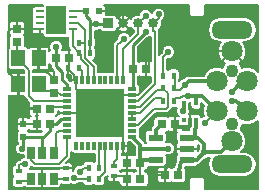
<source format=gtl>
G04 #@! TF.FileFunction,Copper,L1,Top,Signal*
%FSLAX46Y46*%
G04 Gerber Fmt 4.6, Leading zero omitted, Abs format (unit mm)*
G04 Created by KiCad (PCBNEW 4.0.7) date 2018. July 04., Wednesday 00:12:24*
%MOMM*%
%LPD*%
G01*
G04 APERTURE LIST*
%ADD10C,0.150000*%
%ADD11R,0.400000X0.600000*%
%ADD12R,0.600000X0.400000*%
%ADD13R,0.500000X0.600000*%
%ADD14R,0.700000X0.250000*%
%ADD15R,0.830000X1.190000*%
%ADD16R,0.650000X1.060000*%
%ADD17R,0.600000X0.500000*%
%ADD18R,0.300000X0.450000*%
%ADD19C,1.800000*%
%ADD20C,0.850000*%
%ADD21R,0.850000X0.850000*%
%ADD22O,3.500120X1.501140*%
%ADD23C,1.099820*%
%ADD24R,0.800100X0.698500*%
%ADD25R,1.198880X0.619760*%
%ADD26R,1.193800X1.397000*%
%ADD27R,0.698500X0.800100*%
%ADD28R,0.749300X0.299720*%
%ADD29R,0.299720X0.749300*%
%ADD30R,4.099560X4.099560*%
%ADD31C,0.546100*%
%ADD32C,0.250000*%
%ADD33C,0.300000*%
%ADD34C,0.152400*%
%ADD35C,0.127000*%
%ADD36C,0.200660*%
%ADD37C,0.200000*%
G04 APERTURE END LIST*
D10*
D11*
X-5174400Y-6007100D03*
X-4274400Y-6007100D03*
D12*
X-2997200Y-6711100D03*
X-2997200Y-5811100D03*
D11*
X-5174400Y-6921500D03*
X-4274400Y-6921500D03*
X-6001600Y2476500D03*
X-6901600Y2476500D03*
X1124800Y800100D03*
X2024800Y800100D03*
X1124800Y1816100D03*
X2024800Y1816100D03*
X1124800Y-317500D03*
X2024800Y-317500D03*
D12*
X-11074400Y-6268300D03*
X-11074400Y-7168300D03*
X-7112000Y-6914300D03*
X-7112000Y-6014300D03*
D11*
X-5087200Y4610100D03*
X-5987200Y4610100D03*
X-5087200Y3695700D03*
X-5987200Y3695700D03*
D13*
X-10718800Y-3407500D03*
X-10718800Y-2307500D03*
D14*
X-9324800Y7239700D03*
X-9324800Y6739700D03*
X-9324800Y6239700D03*
X-9324800Y5739700D03*
X-6524800Y5739700D03*
X-6524800Y6239700D03*
X-6524800Y6739700D03*
X-6524800Y7239700D03*
D15*
X-7509800Y5894700D03*
X-7509800Y7084700D03*
X-8339800Y5894700D03*
X-8339800Y7084700D03*
D16*
X-10043200Y-6903900D03*
X-9093200Y-6903900D03*
X-8143200Y-6903900D03*
X-8143200Y-4703900D03*
X-10043200Y-4703900D03*
X-9093200Y-4703900D03*
D17*
X-4326800Y7251700D03*
X-5426800Y7251700D03*
D18*
X2903600Y-1931900D03*
X3903600Y-1931900D03*
X2903600Y-531900D03*
X3403600Y-1931900D03*
X3903600Y-531900D03*
D19*
X8240000Y-1213500D03*
X8240000Y1326500D03*
X6970000Y-3753500D03*
X5700000Y-1213500D03*
X5700000Y1326500D03*
X6970000Y3866500D03*
D20*
X-2235000Y6246500D03*
X-965000Y6246500D03*
D21*
X-3505000Y6246500D03*
D20*
X305000Y6246500D03*
D22*
X6999600Y5683770D03*
X6999600Y-5715750D03*
D23*
X6999600Y-2266430D03*
X6999600Y2234450D03*
D24*
X2377440Y-6616700D03*
X1280160Y-6616700D03*
X-1897380Y-5549900D03*
X-800100Y-5549900D03*
D25*
X3159760Y-5331460D03*
X3159760Y-4381500D03*
X3159760Y-3431540D03*
X523240Y-3431540D03*
X523240Y-5331460D03*
D26*
X-11112500Y3271520D03*
X-9410700Y3271520D03*
X-9410700Y1071880D03*
X-11112500Y1071880D03*
D24*
X-8442960Y-977900D03*
X-9540240Y-977900D03*
D27*
X-8128000Y363220D03*
X-8128000Y1460500D03*
D24*
X-6817360Y3340100D03*
X-7914640Y3340100D03*
X-8442960Y-2247900D03*
X-9540240Y-2247900D03*
D27*
X-11226800Y4671060D03*
X-11226800Y5768340D03*
D24*
X-800100Y-6949440D03*
X-1897380Y-6949440D03*
X-314960Y2374900D03*
X-1412240Y2374900D03*
X1026160Y-2298700D03*
X2123440Y-2298700D03*
D28*
X-7025640Y652780D03*
X-7025640Y152400D03*
X-7025640Y-347980D03*
X-7025640Y-848360D03*
X-7025640Y-1348740D03*
X-7025640Y-1849120D03*
X-7025640Y-2349500D03*
X-7025640Y-2849880D03*
X-7025640Y-3350260D03*
D29*
X-6250940Y-4124960D03*
X-5750560Y-4124960D03*
X-5250180Y-4124960D03*
X-4749800Y-4124960D03*
X-4249420Y-4124960D03*
X-3749040Y-4124960D03*
X-3248660Y-4124960D03*
X-2748280Y-4124960D03*
X-2247900Y-4124960D03*
D28*
X-1473200Y-3350260D03*
X-1473200Y-2849880D03*
X-1473200Y-2349500D03*
X-1473200Y-1849120D03*
X-1473200Y-1348740D03*
X-1473200Y-848360D03*
X-1473200Y-347980D03*
X-1473200Y152400D03*
X-1473200Y652780D03*
D29*
X-2247900Y1427480D03*
X-2748280Y1427480D03*
X-3248660Y1427480D03*
X-3749040Y1427480D03*
X-4249420Y1427480D03*
X-4749800Y1427480D03*
X-5250180Y1427480D03*
X-5750560Y1427480D03*
X-6250940Y1427480D03*
D30*
X-4249420Y-1348740D03*
D31*
X-7914640Y4239250D03*
X-304800Y5524500D03*
X-4572000Y6184900D03*
X-10793666Y-4381500D03*
X1574800Y-4381504D03*
X2810660Y-1181100D03*
X2997200Y1054100D03*
X4673600Y-2197100D03*
X3274211Y88900D03*
X-355600Y6896106D03*
X6959600Y444500D03*
X761900Y6991943D03*
X6959600Y-317500D03*
X1574800Y3797300D03*
X-2184400Y4914900D03*
X4622800Y-4686300D03*
X-101600Y4457700D03*
X994420Y4457696D03*
X3505200Y4914898D03*
X-11379200Y-1181100D03*
X-5943602Y-6362698D03*
X-6411938Y-6850098D03*
X-10566400Y-5651500D03*
D32*
X-1320800Y4508500D02*
X-577849Y5251451D01*
X-577849Y5251451D02*
X-304800Y5524500D01*
X-7914640Y4345940D02*
X-7914640Y4239250D01*
X-7914640Y3340100D02*
X-7914640Y4239250D01*
X-1422400Y4406900D02*
X-1320800Y4508500D01*
X-1412240Y2374900D02*
X-1412240Y713740D01*
X-1412240Y713740D02*
X-1473200Y652780D01*
X-1412240Y2374900D02*
X-1412240Y4417060D01*
X-1412240Y4417060D02*
X-1320800Y4508500D01*
X-7025640Y652780D02*
X-7025640Y1052640D01*
X-7453089Y1480089D02*
X-7453089Y2121079D01*
X-7025640Y1052640D02*
X-7453089Y1480089D01*
X-7453089Y2121079D02*
X-7914640Y2582630D01*
X-7914640Y2582630D02*
X-7914640Y3340100D01*
X-4572000Y6184900D02*
X-4958151Y6184900D01*
X-4958151Y6184900D02*
X-5087200Y6184900D01*
X-4572000Y6184900D02*
X-3566600Y6184900D01*
X-3566600Y6184900D02*
X-3505000Y6246500D01*
X-9093200Y-4703900D02*
X-9093200Y-3416300D01*
X-9093200Y-3416300D02*
X-9102000Y-3407500D01*
X-9102000Y-3407500D02*
X-9609600Y-3407500D01*
X-8442960Y-2247900D02*
X-8442960Y-2847150D01*
X-8442960Y-2847150D02*
X-9003310Y-3407500D01*
X-9003310Y-3407500D02*
X-9609600Y-3407500D01*
X-9609600Y-3407500D02*
X-10718800Y-3407500D01*
X-10718800Y-3407500D02*
X-10718800Y-4306634D01*
X-10718800Y-4306634D02*
X-10793666Y-4381500D01*
D33*
X1188649Y-4381504D02*
X1574800Y-4381504D01*
X-800096Y-4381504D02*
X1188649Y-4381504D01*
X-800100Y-4381500D02*
X-800096Y-4381504D01*
D32*
X-7025640Y-1849120D02*
X-7526020Y-1849120D01*
X-7924800Y-2247900D02*
X-8442960Y-2247900D01*
X-7526020Y-1849120D02*
X-7924800Y-2247900D01*
D34*
X-8720000Y-1970860D02*
X-8709681Y-1981179D01*
D32*
X-5087200Y6509700D02*
X-5087200Y6184900D01*
X-5426800Y6849300D02*
X-5087200Y6509700D01*
X-5426800Y7251700D02*
X-5426800Y6849300D01*
X-5087200Y6184900D02*
X-5087200Y5062500D01*
X-5087200Y5062500D02*
X-5087200Y4610100D01*
D34*
X-5426800Y7251700D02*
X-5376800Y7251700D01*
X-5426800Y7251700D02*
X-6512800Y7251700D01*
X-6512800Y7251700D02*
X-6524800Y7239700D01*
X-5087200Y3695700D02*
X-5087200Y4610100D01*
D33*
X523240Y-5331460D02*
X-581660Y-5331460D01*
X-581660Y-5331460D02*
X-800100Y-5549900D01*
X-800100Y-4023360D02*
X-800100Y-4381500D01*
X-800100Y-4381500D02*
X-800100Y-5549900D01*
X-1473200Y-3350260D02*
X-800100Y-4023360D01*
D34*
X-800100Y-5549900D02*
X-660400Y-5410200D01*
X-800100Y-6949440D02*
X-800100Y-5549900D01*
X-800100Y-6949440D02*
X-800100Y-5549900D01*
D35*
X-6001600Y2476500D02*
X-5750560Y2225460D01*
X-5750560Y2225460D02*
X-5750560Y1427480D01*
X-2997200Y-5811100D02*
X-2997200Y-5484100D01*
X-2748280Y-4626610D02*
X-2748280Y-4124960D01*
X-2997200Y-5484100D02*
X-2748280Y-5235180D01*
X-2748280Y-5235180D02*
X-2748280Y-4626610D01*
X-1473200Y-2349500D02*
X-971550Y-2349500D01*
X-971550Y-2349500D02*
X374650Y-1003300D01*
X374650Y-1003300D02*
X1346200Y-1003300D01*
X1346200Y-1003300D02*
X1515301Y-834199D01*
X1124800Y700100D02*
X1124800Y800100D01*
X1515301Y-834199D02*
X1515301Y309599D01*
X1515301Y309599D02*
X1124800Y700100D01*
X1026160Y800100D02*
X1026160Y607060D01*
X1016000Y596900D02*
X609600Y596900D01*
X1026160Y607060D02*
X1016000Y596900D01*
X609600Y596900D02*
X196849Y184149D01*
X196849Y184149D02*
X196849Y180524D01*
X196849Y180524D02*
X-832035Y-848360D01*
X-832035Y-848360D02*
X-1473200Y-848360D01*
D33*
X2903600Y-1088160D02*
X2810660Y-1181100D01*
X2903600Y-531900D02*
X2903600Y-1088160D01*
D35*
X2123440Y800100D02*
X2123440Y596900D01*
X2123440Y596900D02*
X2540000Y596900D01*
X2540000Y596900D02*
X2997200Y1054100D01*
D33*
X3302000Y1358900D02*
X2997200Y1054100D01*
D35*
X5700000Y1326500D02*
X5667600Y1358900D01*
D33*
X5667600Y1358900D02*
X3302000Y1358900D01*
D35*
X5700000Y1326500D02*
X5518800Y1326500D01*
D10*
X2123440Y1816100D02*
X2123440Y800100D01*
D35*
X-1473200Y-1348740D02*
X-802894Y-1348740D01*
X-802894Y-1348740D02*
X431546Y-114300D01*
X431546Y-114300D02*
X965200Y-114300D01*
X965200Y-114300D02*
X1026160Y-175260D01*
X1026160Y-175260D02*
X1026160Y-317500D01*
X-1473200Y-1849120D02*
X-1473200Y-1384300D01*
X2123440Y-317500D02*
X2123440Y-124460D01*
X2123440Y-124460D02*
X2133600Y-114300D01*
X2133600Y-114300D02*
X2590800Y-114300D01*
X2590800Y-114300D02*
X2794000Y88900D01*
X2794000Y88900D02*
X3274211Y88900D01*
D33*
X3911600Y88900D02*
X3274211Y88900D01*
X4397600Y88900D02*
X3911600Y88900D01*
X3911600Y-171900D02*
X3911600Y88900D01*
X3903600Y-179900D02*
X3911600Y-171900D01*
D35*
X4716400Y-2197100D02*
X4673600Y-2197100D01*
X5700000Y-1213500D02*
X4716400Y-2197100D01*
D33*
X5700000Y-1213500D02*
X4397600Y88900D01*
X3903600Y-531900D02*
X3903600Y-179900D01*
D35*
X-7025640Y-848360D02*
X-8313420Y-848360D01*
X-8313420Y-848360D02*
X-8442960Y-977900D01*
X-8077200Y657860D02*
X-8188960Y546100D01*
X-8188960Y546100D02*
X-8884920Y546100D01*
X-8884920Y546100D02*
X-9410700Y1071880D01*
X-8077200Y657860D02*
X-8077200Y600710D01*
X-8077200Y600710D02*
X-7527290Y152400D01*
X-7527290Y152400D02*
X-7025640Y152400D01*
X-11226800Y4671060D02*
X-11226800Y3385820D01*
X-11226800Y3385820D02*
X-11112500Y3271520D01*
X-7025640Y-347980D02*
X-9824720Y-347980D01*
X-9824720Y-347980D02*
X-10251439Y78739D01*
X-10251439Y78739D02*
X-10251439Y2308859D01*
X-10251439Y2308859D02*
X-11112500Y3169920D01*
X-11112500Y3169920D02*
X-11112500Y3271520D01*
X-965000Y6246500D02*
X-965000Y5372300D01*
X-965000Y5372300D02*
X-2247900Y4089400D01*
X-2247900Y4089400D02*
X-2247900Y1929130D01*
X-2247900Y1929130D02*
X-2247900Y1427480D01*
X-355600Y6855900D02*
X-355600Y6896106D01*
X-965000Y6246500D02*
X-355600Y6855900D01*
D33*
X7841600Y1326500D02*
X7232649Y717549D01*
X7232649Y717549D02*
X6959600Y444500D01*
X8204670Y1326500D02*
X7841600Y1326500D01*
D35*
X8240000Y1326500D02*
X8204670Y1326500D01*
X-965000Y6246500D02*
X-965000Y5781500D01*
X-1473200Y-347980D02*
X-971550Y-347980D01*
X-971550Y-347980D02*
X457200Y1080770D01*
X457200Y1080770D02*
X457200Y5493260D01*
X457200Y5493260D02*
X305000Y5645460D01*
X761900Y6703400D02*
X761900Y6991943D01*
X305000Y6246500D02*
X761900Y6703400D01*
X305000Y5588200D02*
X305000Y5645460D01*
X305000Y5645460D02*
X305000Y6246500D01*
D33*
X6959600Y-317500D02*
X7344000Y-317500D01*
X7344000Y-317500D02*
X8240000Y-1213500D01*
D35*
X1124800Y3347300D02*
X1301751Y3524251D01*
X1124800Y1816100D02*
X1124800Y3347300D01*
X1301751Y3524251D02*
X1574800Y3797300D01*
X-2457449Y4672316D02*
X-2184400Y4945365D01*
X-2748280Y4381485D02*
X-2457449Y4672316D01*
X-2748280Y1427480D02*
X-2748280Y4381485D01*
D33*
X4622800Y-4686300D02*
X3977640Y-5331460D01*
X3977640Y-5331460D02*
X3159760Y-5331460D01*
X2369820Y-6616700D02*
X2522220Y-6616700D01*
X3810000Y-3431540D02*
X4059200Y-3431540D01*
X3159760Y-3431540D02*
X3810000Y-3431540D01*
X3904261Y-2645483D02*
X3904261Y-1931900D01*
X3810000Y-3431540D02*
X3810000Y-2739744D01*
X3810000Y-2739744D02*
X3904261Y-2645483D01*
X3904261Y-1931900D02*
X3904261Y-1932561D01*
X4059200Y-3431540D02*
X4622800Y-3995140D01*
X4622800Y-3995140D02*
X4622800Y-4300149D01*
X4622800Y-4300149D02*
X4622800Y-4686300D01*
X5008951Y-4686300D02*
X4622800Y-4686300D01*
X6037200Y-4686300D02*
X5008951Y-4686300D01*
X6970000Y-3753500D02*
X6037200Y-4686300D01*
X2377440Y-6616700D02*
X2649220Y-5491480D01*
D10*
X2809240Y-5331460D02*
X3159760Y-5331460D01*
X2649220Y-5491480D02*
X2809240Y-5331460D01*
D33*
X6970000Y-3753500D02*
X6890400Y-3753500D01*
D36*
X-9093200Y-6173240D02*
X-9093200Y-6903900D01*
X-7671269Y-6072909D02*
X-8992869Y-6072909D01*
X-7612660Y-6014300D02*
X-7671269Y-6072909D01*
X-8992869Y-6072909D02*
X-9093200Y-6173240D01*
X-7112000Y-6014300D02*
X-7612660Y-6014300D01*
X-2235000Y6246500D02*
X-2235000Y7201100D01*
X-2235000Y7201100D02*
X-1778000Y7658100D01*
X-1778000Y7658100D02*
X2336800Y7658100D01*
X2336800Y7658100D02*
X3505200Y6489700D01*
X3505200Y6489700D02*
X3505200Y3866500D01*
X1451622Y4914898D02*
X1267469Y4730745D01*
X3505200Y4914898D02*
X1451622Y4914898D01*
X1267469Y4730745D02*
X994420Y4457696D01*
X-314960Y2374900D02*
X-101600Y2588260D01*
X-101600Y2588260D02*
X-101600Y4457700D01*
X-6817360Y3890010D02*
X-6889300Y3961950D01*
X-7315200Y4813300D02*
X-9274000Y4813300D01*
X-9274000Y4813300D02*
X-9324800Y4864100D01*
X-6817360Y3340100D02*
X-6817360Y3890010D01*
X-6901600Y4247300D02*
X-6901600Y4399700D01*
X-6889300Y3961950D02*
X-6889300Y4235000D01*
X-6889300Y4235000D02*
X-6901600Y4247300D01*
X-6901600Y4399700D02*
X-7315200Y4813300D01*
X-9093200Y-6903900D02*
X-9093200Y-7634560D01*
X-9193531Y-7734891D02*
X-11632609Y-7734891D01*
X-9093200Y-7634560D02*
X-9193531Y-7734891D01*
X-11438800Y-2307500D02*
X-10718800Y-2307500D01*
X-11632609Y-7734891D02*
X-11836400Y-7531100D01*
X-11836400Y-7531100D02*
X-11836400Y-2705100D01*
X-11836400Y-2705100D02*
X-11438800Y-2307500D01*
X3505200Y3866500D02*
X3505200Y4914898D01*
X4572000Y3866500D02*
X3505200Y3866500D01*
X-6817360Y3340100D02*
X-6817360Y2560740D01*
X-6817360Y2560740D02*
X-6901600Y2476500D01*
X-8737600Y2120900D02*
X-9159240Y2120900D01*
X-9159240Y2120900D02*
X-9410700Y2372360D01*
X-9410700Y2372360D02*
X-9410700Y3271520D01*
X-8128000Y1460500D02*
X-8128000Y1511300D01*
X-8128000Y1511300D02*
X-8737600Y2120900D01*
X-6392000Y1866900D02*
X-6392000Y1568540D01*
X-6392000Y1568540D02*
X-6250940Y1427480D01*
X-6901600Y2476500D02*
X-6901600Y2376500D01*
X-6901600Y2376500D02*
X-6392000Y1866900D01*
X-1473200Y152400D02*
X-1003300Y152400D01*
X-1003300Y152400D02*
X-306705Y848995D01*
X-306705Y848995D02*
X-314960Y857250D01*
X-314960Y857250D02*
X-314960Y2374900D01*
X-9324800Y5739700D02*
X-9324800Y4864100D01*
X-9324800Y4864100D02*
X-9324800Y3357420D01*
X-9540240Y-2247900D02*
X-10659200Y-2247900D01*
X-10659200Y-2247900D02*
X-10718800Y-2307500D01*
X2184400Y-4381500D02*
X2184400Y-4940300D01*
X2184400Y-4940300D02*
X1551940Y-5572760D01*
X1551940Y-5572760D02*
X1551940Y-5600700D01*
X6970000Y3866500D02*
X4572000Y3866500D01*
X-2247900Y-4124960D02*
X-2247900Y-4673600D01*
X-2247900Y-4673600D02*
X-1897380Y-5024120D01*
X-1897380Y-5024120D02*
X-1897380Y-5549900D01*
X-11226800Y5768340D02*
X-11776710Y5768340D01*
X-12039600Y2100580D02*
X-11112500Y1173480D01*
X-11776710Y5768340D02*
X-12039600Y5505450D01*
X-12039600Y5505450D02*
X-12039600Y2100580D01*
X-11112500Y1173480D02*
X-11112500Y1071880D01*
X-9540240Y-977900D02*
X-9540240Y-2247900D01*
X-9540240Y-977900D02*
X-11125200Y-977900D01*
X-11125200Y-977900D02*
X-11176000Y-977900D01*
X-11112500Y1071880D02*
X-11112500Y172720D01*
X-11125200Y160020D02*
X-11125200Y-977900D01*
X-11112500Y172720D02*
X-11125200Y160020D01*
X-11176000Y-977900D02*
X-11379200Y-1181100D01*
X-9324800Y5739700D02*
X-11198160Y5739700D01*
X-11198160Y5739700D02*
X-11226800Y5768340D01*
X-9324800Y3357420D02*
X-9410700Y3271520D01*
X-2997200Y-6711100D02*
X-2135720Y-6711100D01*
X-2135720Y-6711100D02*
X-1897380Y-6949440D01*
X-2235000Y6246500D02*
X-2235000Y6337100D01*
X-2235000Y6337100D02*
X-3149600Y7251700D01*
X-3149600Y7251700D02*
X-3826140Y7251700D01*
X-3826140Y7251700D02*
X-4326800Y7251700D01*
D34*
X-9540240Y-2329180D02*
X-9540240Y-2247900D01*
X-9540240Y-2329180D02*
X-9540240Y-2247900D01*
D36*
X7213600Y-7429500D02*
X6226716Y-7429500D01*
X2855723Y-7599681D02*
X-1797049Y-7599681D01*
X3350261Y-7105143D02*
X2855723Y-7599681D01*
X3350261Y-6924039D02*
X3350261Y-7105143D01*
X3556000Y-6718300D02*
X3350261Y-6924039D01*
X5515516Y-6718300D02*
X3556000Y-6718300D01*
X6226716Y-7429500D02*
X5515516Y-6718300D01*
X-1897380Y-7499350D02*
X-1897380Y-6949440D01*
X-1797049Y-7599681D02*
X-1897380Y-7499350D01*
X-2235000Y6286700D02*
X-2235000Y6246500D01*
X1201420Y-6464300D02*
X690949Y-6362700D01*
X690949Y-6362700D02*
X304798Y-6362700D01*
X304798Y-7135626D02*
X304798Y-6748851D01*
X-1797049Y-7599681D02*
X-159257Y-7599681D01*
X304798Y-6748851D02*
X304798Y-6362700D01*
X-159257Y-7599681D02*
X304798Y-7135626D01*
D10*
X3403600Y-2197100D02*
X3403600Y-1931900D01*
D33*
X3403600Y-2438090D02*
X3403600Y-2197100D01*
X3334129Y-2507561D02*
X3403600Y-2438090D01*
X2123440Y-2298700D02*
X2332301Y-2507561D01*
X2332301Y-2507561D02*
X3334129Y-2507561D01*
X2197100Y-3733800D02*
X2123440Y-3660140D01*
X2123440Y-3660140D02*
X2123440Y-2298700D01*
D10*
X3159760Y-4381500D02*
X2184400Y-4381500D01*
D36*
X1551940Y-5600700D02*
X1280160Y-6385560D01*
X1280160Y-6385560D02*
X1201420Y-6464300D01*
D10*
X1280160Y-6616700D02*
X1551940Y-5600700D01*
D36*
X2184400Y-4381500D02*
X2184400Y-3721100D01*
X2197100Y-3733800D02*
X2184400Y-3721100D01*
X-2748280Y152400D02*
X-4249420Y-1348740D01*
X-1473200Y152400D02*
X-2748280Y152400D01*
X-6250940Y652780D02*
X-4249420Y-1348740D01*
X-6250940Y1427480D02*
X-6250940Y652780D01*
X-2247900Y-3350260D02*
X-4249420Y-1348740D01*
X-2247900Y-4124960D02*
X-2247900Y-3350260D01*
X-7025640Y-1348740D02*
X-4249420Y-1348740D01*
X-1897380Y-6949440D02*
X-1897380Y-5549900D01*
X-1907540Y-6959600D02*
X-1897380Y-6949440D01*
X-9593580Y-924560D02*
X-9540240Y-977900D01*
X-9593580Y-924560D02*
X-9540240Y-977900D01*
X-1897380Y-6949440D02*
X-1897380Y-7310120D01*
X-1907540Y-6959600D02*
X-1897380Y-6949440D01*
X-2247900Y-4124960D02*
X-2247900Y-4826000D01*
X-1897380Y-6949440D02*
X-1897380Y-5549900D01*
X-7025640Y-1348740D02*
X-4249420Y-1348740D01*
X-2247900Y-4124960D02*
X-2247900Y-3350260D01*
X-2247900Y-3350260D02*
X-4249420Y-1348740D01*
X-6250940Y1427480D02*
X-6250940Y652780D01*
X-6250940Y652780D02*
X-4249420Y-1348740D01*
X-1473200Y152400D02*
X-2748280Y152400D01*
X-2748280Y152400D02*
X-4249420Y-1348740D01*
D33*
X523240Y-3431540D02*
X523240Y-2801620D01*
X523240Y-2801620D02*
X1026160Y-2298700D01*
D35*
X-5670553Y-6089649D02*
X-5943602Y-6362698D01*
X-5174400Y-6007100D02*
X-5588004Y-6007100D01*
X-5588004Y-6007100D02*
X-5670553Y-6089649D01*
X-6340536Y-6921500D02*
X-6411938Y-6850098D01*
X-5174400Y-6921500D02*
X-6340536Y-6921500D01*
X-4274400Y-6007100D02*
X-4274400Y-4149940D01*
X-4274400Y-4149940D02*
X-4249420Y-4124960D01*
X-4274400Y-6921500D02*
X-4274400Y-6877900D01*
X-4274400Y-6877900D02*
X-3749040Y-6352540D01*
X-3749040Y-4626610D02*
X-3749040Y-4124960D01*
X-3749040Y-6352540D02*
X-3749040Y-4626610D01*
X-7112000Y-6914300D02*
X-8132800Y-6914300D01*
X-8132800Y-6914300D02*
X-8143200Y-6903900D01*
X-7025640Y-2849880D02*
X-7713980Y-2849880D01*
X-7713980Y-2849880D02*
X-7924800Y-3060700D01*
X-7924800Y-3060700D02*
X-7924800Y-4485500D01*
X-7924800Y-4485500D02*
X-8143200Y-4703900D01*
X-10043200Y-4703900D02*
X-10043200Y-5360900D01*
X-10043200Y-5360900D02*
X-9752600Y-5651500D01*
X-9752600Y-5651500D02*
X-7721600Y-5651500D01*
X-7721600Y-5651500D02*
X-7025640Y-4955540D01*
X-7025640Y-4955540D02*
X-7025640Y-3627120D01*
X-7025640Y-3627120D02*
X-7025640Y-3350260D01*
X-5503101Y4610100D02*
X-5503101Y3306001D01*
X-5503101Y3306001D02*
X-4749800Y2552700D01*
X-4749800Y2552700D02*
X-4749800Y1427480D01*
X-5503101Y5695001D02*
X-5503101Y4610100D01*
X-5987200Y4610100D02*
X-5503101Y4610100D01*
X-6524800Y6239700D02*
X-6047800Y6239700D01*
X-6047800Y6239700D02*
X-5503101Y5695001D01*
X-6524800Y5739700D02*
X-6524800Y4276900D01*
X-6524800Y4276900D02*
X-5987200Y3739300D01*
X-5987200Y3739300D02*
X-5987200Y3695700D01*
X-5987200Y3695700D02*
X-5842000Y3550500D01*
X-5842000Y3550500D02*
X-5842000Y3187700D01*
X-5842000Y3187700D02*
X-5250180Y2595880D01*
X-5250180Y2595880D02*
X-5250180Y1929130D01*
X-5250180Y1929130D02*
X-5250180Y1427480D01*
X-10043200Y-6903900D02*
X-10264000Y-7124700D01*
X-10264000Y-7124700D02*
X-11030800Y-7124700D01*
X-11030800Y-7124700D02*
X-11074400Y-7168300D01*
X-11074400Y-6268300D02*
X-11074400Y-5753100D01*
X-11074400Y-5753100D02*
X-10972800Y-5651500D01*
X-10972800Y-5651500D02*
X-10566400Y-5651500D01*
D37*
G36*
X-11828403Y2291242D02*
X-11709400Y2267143D01*
X-10723789Y2267143D01*
X-10614939Y2158293D01*
X-10614939Y2070380D01*
X-11032500Y2070380D01*
X-11107500Y1995380D01*
X-11107500Y1076880D01*
X-11087500Y1076880D01*
X-11087500Y1066880D01*
X-11107500Y1066880D01*
X-11107500Y148380D01*
X-11032500Y73380D01*
X-10613873Y73380D01*
X-10587269Y-60367D01*
X-10508472Y-178294D01*
X-10204411Y-482355D01*
X-10240290Y-568977D01*
X-10240290Y-897900D01*
X-10165290Y-972900D01*
X-9545240Y-972900D01*
X-9545240Y-952900D01*
X-9535240Y-952900D01*
X-9535240Y-972900D01*
X-9515240Y-972900D01*
X-9515240Y-982900D01*
X-9535240Y-982900D01*
X-9535240Y-1552150D01*
X-9474490Y-1612900D01*
X-9535240Y-1673650D01*
X-9535240Y-2242900D01*
X-9515240Y-2242900D01*
X-9515240Y-2252900D01*
X-9535240Y-2252900D01*
X-9535240Y-2822150D01*
X-9460240Y-2897150D01*
X-9094000Y-2897150D01*
X-9179350Y-2982500D01*
X-10192739Y-2982500D01*
X-10249545Y-2894221D01*
X-10298089Y-2861053D01*
X-10214472Y-2777437D01*
X-10202401Y-2748295D01*
X-10194618Y-2767086D01*
X-10110227Y-2851478D01*
X-9999964Y-2897150D01*
X-9620240Y-2897150D01*
X-9545240Y-2822150D01*
X-9545240Y-2252900D01*
X-9565240Y-2252900D01*
X-9565240Y-2242900D01*
X-9545240Y-2242900D01*
X-9545240Y-1673650D01*
X-9605990Y-1612900D01*
X-9545240Y-1552150D01*
X-9545240Y-982900D01*
X-10165290Y-982900D01*
X-10240290Y-1057900D01*
X-10240290Y-1386823D01*
X-10194618Y-1497086D01*
X-10110227Y-1581478D01*
X-10034367Y-1612900D01*
X-10110227Y-1644322D01*
X-10194618Y-1728714D01*
X-10232314Y-1819721D01*
X-10298864Y-1753172D01*
X-10409127Y-1707500D01*
X-10638800Y-1707500D01*
X-10713800Y-1782500D01*
X-10713800Y-2302500D01*
X-10693800Y-2302500D01*
X-10693800Y-2312500D01*
X-10713800Y-2312500D01*
X-10713800Y-2332500D01*
X-10723800Y-2332500D01*
X-10723800Y-2312500D01*
X-11193800Y-2312500D01*
X-11268800Y-2387500D01*
X-11268800Y-2667174D01*
X-11223128Y-2777437D01*
X-11139632Y-2860932D01*
X-11182079Y-2888245D01*
X-11250578Y-2988497D01*
X-11274677Y-3107500D01*
X-11274677Y-3707500D01*
X-11253758Y-3818673D01*
X-11188055Y-3920779D01*
X-11161464Y-3938947D01*
X-11279191Y-4056469D01*
X-11366617Y-4267013D01*
X-11366816Y-4494987D01*
X-11279758Y-4705683D01*
X-11118697Y-4867025D01*
X-10908153Y-4954451D01*
X-10680179Y-4954650D01*
X-10674077Y-4952129D01*
X-10674077Y-5078355D01*
X-10679887Y-5078350D01*
X-10890583Y-5165408D01*
X-11023489Y-5298083D01*
X-11088827Y-5311079D01*
X-11111906Y-5315670D01*
X-11229833Y-5394467D01*
X-11331433Y-5496067D01*
X-11410230Y-5613994D01*
X-11412062Y-5623206D01*
X-11437900Y-5753100D01*
X-11437900Y-5774372D01*
X-11485573Y-5783342D01*
X-11587679Y-5849045D01*
X-11656178Y-5949297D01*
X-11680277Y-6068300D01*
X-11680277Y-6468300D01*
X-11659358Y-6579473D01*
X-11593655Y-6681579D01*
X-11539906Y-6718304D01*
X-11587679Y-6749045D01*
X-11656178Y-6849297D01*
X-11680277Y-6968300D01*
X-11680277Y-7368300D01*
X-11659358Y-7479473D01*
X-11593655Y-7581579D01*
X-11493403Y-7650078D01*
X-11374400Y-7674177D01*
X-10774400Y-7674177D01*
X-10663227Y-7653258D01*
X-10606876Y-7616997D01*
X-10587455Y-7647179D01*
X-10487203Y-7715678D01*
X-10368200Y-7739777D01*
X-9718200Y-7739777D01*
X-9607027Y-7718858D01*
X-9570670Y-7695463D01*
X-9477873Y-7733900D01*
X-9173200Y-7733900D01*
X-9098200Y-7658900D01*
X-9098200Y-6908900D01*
X-9118200Y-6908900D01*
X-9118200Y-6898900D01*
X-9098200Y-6898900D01*
X-9098200Y-6148900D01*
X-9173200Y-6073900D01*
X-9477873Y-6073900D01*
X-9570010Y-6112064D01*
X-9599197Y-6092122D01*
X-9718200Y-6068023D01*
X-10172527Y-6068023D01*
X-10080875Y-5976531D01*
X-10040021Y-5878145D01*
X-10009634Y-5908533D01*
X-9946761Y-5950543D01*
X-9891705Y-5987330D01*
X-9752600Y-6015000D01*
X-7721600Y-6015000D01*
X-7646282Y-6000018D01*
X-7637000Y-6009300D01*
X-7117000Y-6009300D01*
X-7117000Y-5989300D01*
X-7107000Y-5989300D01*
X-7107000Y-6009300D01*
X-6587000Y-6009300D01*
X-6512000Y-5934300D01*
X-6512000Y-5754626D01*
X-6557672Y-5644363D01*
X-6642064Y-5559972D01*
X-6752327Y-5514300D01*
X-7032000Y-5514300D01*
X-7106998Y-5589298D01*
X-7106998Y-5550964D01*
X-6768607Y-5212573D01*
X-6689810Y-5094646D01*
X-6662140Y-4955540D01*
X-6662140Y-4647487D01*
X-6620055Y-4712889D01*
X-6519803Y-4781388D01*
X-6400800Y-4805487D01*
X-6101080Y-4805487D01*
X-5997067Y-4785915D01*
X-5900420Y-4805487D01*
X-5600700Y-4805487D01*
X-5496687Y-4785915D01*
X-5400040Y-4805487D01*
X-5100320Y-4805487D01*
X-4996307Y-4785915D01*
X-4899660Y-4805487D01*
X-4637900Y-4805487D01*
X-4637900Y-5455813D01*
X-4687679Y-5487845D01*
X-4724404Y-5541594D01*
X-4755145Y-5493821D01*
X-4855397Y-5425322D01*
X-4974400Y-5401223D01*
X-5374400Y-5401223D01*
X-5485573Y-5422142D01*
X-5587679Y-5487845D01*
X-5656178Y-5588097D01*
X-5670751Y-5660059D01*
X-5727110Y-5671270D01*
X-5845037Y-5750067D01*
X-5884669Y-5789699D01*
X-6057089Y-5789548D01*
X-6267785Y-5876606D01*
X-6429127Y-6037667D01*
X-6512000Y-6237246D01*
X-6512000Y-6094300D01*
X-6587000Y-6019300D01*
X-7107000Y-6019300D01*
X-7107000Y-6039300D01*
X-7117000Y-6039300D01*
X-7117000Y-6019300D01*
X-7637000Y-6019300D01*
X-7708033Y-6090333D01*
X-7818200Y-6068023D01*
X-8468200Y-6068023D01*
X-8579373Y-6088942D01*
X-8615730Y-6112337D01*
X-8708527Y-6073900D01*
X-9013200Y-6073900D01*
X-9088200Y-6148900D01*
X-9088200Y-6898900D01*
X-9068200Y-6898900D01*
X-9068200Y-6908900D01*
X-9088200Y-6908900D01*
X-9088200Y-7658900D01*
X-9013200Y-7733900D01*
X-8708527Y-7733900D01*
X-8616390Y-7695736D01*
X-8587203Y-7715678D01*
X-8468200Y-7739777D01*
X-7818200Y-7739777D01*
X-7707027Y-7718858D01*
X-7604921Y-7653155D01*
X-7536422Y-7552903D01*
X-7512323Y-7433900D01*
X-7512323Y-7399861D01*
X-7412000Y-7420177D01*
X-6812000Y-7420177D01*
X-6700827Y-7399258D01*
X-6654896Y-7369703D01*
X-6526425Y-7423049D01*
X-6298451Y-7423248D01*
X-6087755Y-7336190D01*
X-6036476Y-7285000D01*
X-5668328Y-7285000D01*
X-5659358Y-7332673D01*
X-5593655Y-7434779D01*
X-5493403Y-7503278D01*
X-5374400Y-7527377D01*
X-4974400Y-7527377D01*
X-4863227Y-7506458D01*
X-4761121Y-7440755D01*
X-4724396Y-7387006D01*
X-4693655Y-7434779D01*
X-4593403Y-7503278D01*
X-4474400Y-7527377D01*
X-4074400Y-7527377D01*
X-3963227Y-7506458D01*
X-3861121Y-7440755D01*
X-3792622Y-7340503D01*
X-3768523Y-7221500D01*
X-3768523Y-6886089D01*
X-3597200Y-6714766D01*
X-3597200Y-6716102D01*
X-3522202Y-6716102D01*
X-3597200Y-6791100D01*
X-3597200Y-6970774D01*
X-3551528Y-7081037D01*
X-3467136Y-7165428D01*
X-3356873Y-7211100D01*
X-3077200Y-7211100D01*
X-3002200Y-7136100D01*
X-3002200Y-6716100D01*
X-3022200Y-6716100D01*
X-3022200Y-6706100D01*
X-3002200Y-6706100D01*
X-3002200Y-6686100D01*
X-2992200Y-6686100D01*
X-2992200Y-6706100D01*
X-2972200Y-6706100D01*
X-2972200Y-6716100D01*
X-2992200Y-6716100D01*
X-2992200Y-7136100D01*
X-2917200Y-7211100D01*
X-2637527Y-7211100D01*
X-2597430Y-7194491D01*
X-2597430Y-7358363D01*
X-2551758Y-7468626D01*
X-2467367Y-7553018D01*
X-2357104Y-7598690D01*
X-1977380Y-7598690D01*
X-1902380Y-7523690D01*
X-1902380Y-6954440D01*
X-1922380Y-6954440D01*
X-1922380Y-6944440D01*
X-1902380Y-6944440D01*
X-1902380Y-6375190D01*
X-1977380Y-6300190D01*
X-2357104Y-6300190D01*
X-2446724Y-6337311D01*
X-2526368Y-6257668D01*
X-2483921Y-6230355D01*
X-2439329Y-6165092D01*
X-2357104Y-6199150D01*
X-1977380Y-6199150D01*
X-1902380Y-6124150D01*
X-1902380Y-5554900D01*
X-1922380Y-5554900D01*
X-1922380Y-5544900D01*
X-1902380Y-5544900D01*
X-1902380Y-4975650D01*
X-1977380Y-4900650D01*
X-2357104Y-4900650D01*
X-2384780Y-4912114D01*
X-2384780Y-4799610D01*
X-2327900Y-4799610D01*
X-2252900Y-4724610D01*
X-2252900Y-4129960D01*
X-2242900Y-4129960D01*
X-2242900Y-4724610D01*
X-2167900Y-4799610D01*
X-2038367Y-4799610D01*
X-1928104Y-4753938D01*
X-1843712Y-4669547D01*
X-1798040Y-4559284D01*
X-1798040Y-4204960D01*
X-1873040Y-4129960D01*
X-2242900Y-4129960D01*
X-2252900Y-4129960D01*
X-2272900Y-4129960D01*
X-2272900Y-4119960D01*
X-2252900Y-4119960D01*
X-2252900Y-4099960D01*
X-2242900Y-4099960D01*
X-2242900Y-4119960D01*
X-1873040Y-4119960D01*
X-1798040Y-4044960D01*
X-1798040Y-3805997D01*
X-1653859Y-3805997D01*
X-1250100Y-4209756D01*
X-1250100Y-4904172D01*
X-1311323Y-4915692D01*
X-1346576Y-4938376D01*
X-1437656Y-4900650D01*
X-1817380Y-4900650D01*
X-1892380Y-4975650D01*
X-1892380Y-5544900D01*
X-1872380Y-5544900D01*
X-1872380Y-5554900D01*
X-1892380Y-5554900D01*
X-1892380Y-6124150D01*
X-1817380Y-6199150D01*
X-1437656Y-6199150D01*
X-1347275Y-6161713D01*
X-1319153Y-6180928D01*
X-1200150Y-6205027D01*
X-1176300Y-6205027D01*
X-1176300Y-6294313D01*
X-1200150Y-6294313D01*
X-1311323Y-6315232D01*
X-1346576Y-6337916D01*
X-1437656Y-6300190D01*
X-1817380Y-6300190D01*
X-1892380Y-6375190D01*
X-1892380Y-6944440D01*
X-1872380Y-6944440D01*
X-1872380Y-6954440D01*
X-1892380Y-6954440D01*
X-1892380Y-7523690D01*
X-1817380Y-7598690D01*
X-1437656Y-7598690D01*
X-1347275Y-7561253D01*
X-1319153Y-7580468D01*
X-1200150Y-7604567D01*
X-400050Y-7604567D01*
X-288877Y-7583648D01*
X-186771Y-7517945D01*
X-118272Y-7417693D01*
X-94173Y-7298690D01*
X-94173Y-6696700D01*
X580110Y-6696700D01*
X580110Y-7025623D01*
X625782Y-7135886D01*
X710173Y-7220278D01*
X820436Y-7265950D01*
X1200160Y-7265950D01*
X1275160Y-7190950D01*
X1275160Y-6621700D01*
X655110Y-6621700D01*
X580110Y-6696700D01*
X-94173Y-6696700D01*
X-94173Y-6600190D01*
X-115092Y-6489017D01*
X-180795Y-6386911D01*
X-281047Y-6318412D01*
X-400050Y-6294313D01*
X-423900Y-6294313D01*
X-423900Y-6207777D01*
X580110Y-6207777D01*
X580110Y-6536700D01*
X655110Y-6611700D01*
X1275160Y-6611700D01*
X1275160Y-6042450D01*
X1200160Y-5967450D01*
X820436Y-5967450D01*
X710173Y-6013122D01*
X625782Y-6097514D01*
X580110Y-6207777D01*
X-423900Y-6207777D01*
X-423900Y-6205027D01*
X-400050Y-6205027D01*
X-288877Y-6184108D01*
X-186771Y-6118405D01*
X-118272Y-6018153D01*
X-102815Y-5941827D01*
X-76200Y-5947217D01*
X1122680Y-5947217D01*
X1233853Y-5926298D01*
X1335959Y-5860595D01*
X1404458Y-5760343D01*
X1428557Y-5641340D01*
X1428557Y-5021580D01*
X1412164Y-4934462D01*
X1460313Y-4954455D01*
X1688287Y-4954654D01*
X1898983Y-4867596D01*
X2060325Y-4706535D01*
X2147751Y-4495991D01*
X2147950Y-4268017D01*
X2060892Y-4057321D01*
X1899831Y-3895979D01*
X1689287Y-3808553D01*
X1461313Y-3808354D01*
X1410773Y-3829237D01*
X1428557Y-3741420D01*
X1428557Y-3121660D01*
X1407638Y-3010487D01*
X1371179Y-2953827D01*
X1426210Y-2953827D01*
X1537383Y-2932908D01*
X1572636Y-2910224D01*
X1663716Y-2947950D01*
X2043440Y-2947950D01*
X2118440Y-2872950D01*
X2118440Y-2303700D01*
X2098440Y-2303700D01*
X2098440Y-2293700D01*
X2118440Y-2293700D01*
X2118440Y-1724450D01*
X2043440Y-1649450D01*
X1663716Y-1649450D01*
X1573335Y-1686887D01*
X1545213Y-1667672D01*
X1426210Y-1643573D01*
X626110Y-1643573D01*
X514937Y-1664492D01*
X412831Y-1730195D01*
X344332Y-1830447D01*
X320233Y-1949450D01*
X320233Y-2368231D01*
X205042Y-2483422D01*
X107494Y-2629412D01*
X73240Y-2801620D01*
X73240Y-2815783D01*
X-76200Y-2815783D01*
X-187373Y-2836702D01*
X-289479Y-2902405D01*
X-357978Y-3002657D01*
X-382077Y-3121660D01*
X-382077Y-3741420D01*
X-361158Y-3852593D01*
X-310380Y-3931504D01*
X-368371Y-3931504D01*
X-384354Y-3851152D01*
X-481902Y-3705162D01*
X-792673Y-3394391D01*
X-792673Y-3200400D01*
X-812245Y-3096387D01*
X-792673Y-2999740D01*
X-792673Y-2700020D01*
X-799570Y-2663364D01*
X-714517Y-2606533D01*
X525217Y-1366800D01*
X1346200Y-1366800D01*
X1485306Y-1339130D01*
X1603233Y-1260333D01*
X1772334Y-1091232D01*
X1851131Y-973305D01*
X1861062Y-923377D01*
X2224800Y-923377D01*
X2303321Y-908602D01*
X2237709Y-1066613D01*
X2237510Y-1294587D01*
X2324568Y-1505283D01*
X2460896Y-1641849D01*
X2459357Y-1649450D01*
X2203440Y-1649450D01*
X2128440Y-1724450D01*
X2128440Y-2293700D01*
X2148440Y-2293700D01*
X2148440Y-2303700D01*
X2128440Y-2303700D01*
X2128440Y-2872950D01*
X2203440Y-2947950D01*
X2315922Y-2947950D01*
X2278542Y-3002657D01*
X2254443Y-3121660D01*
X2254443Y-3741420D01*
X2275362Y-3852593D01*
X2306575Y-3901100D01*
X2305992Y-3901683D01*
X2260320Y-4011946D01*
X2260320Y-4301500D01*
X2335320Y-4376500D01*
X3154760Y-4376500D01*
X3154760Y-4356500D01*
X3164760Y-4356500D01*
X3164760Y-4376500D01*
X3984200Y-4376500D01*
X4059200Y-4301500D01*
X4059200Y-4067936D01*
X4172800Y-4181536D01*
X4172800Y-4325806D01*
X4137275Y-4361269D01*
X4059200Y-4549293D01*
X4059200Y-4461500D01*
X3984200Y-4386500D01*
X3164760Y-4386500D01*
X3164760Y-4406500D01*
X3154760Y-4406500D01*
X3154760Y-4386500D01*
X2335320Y-4386500D01*
X2260320Y-4461500D01*
X2260320Y-4751054D01*
X2305992Y-4861317D01*
X2306433Y-4861758D01*
X2278542Y-4902577D01*
X2254443Y-5021580D01*
X2254443Y-5293658D01*
X2211799Y-5385827D01*
X2072736Y-5961573D01*
X1977390Y-5961573D01*
X1866217Y-5982492D01*
X1830964Y-6005176D01*
X1739884Y-5967450D01*
X1360160Y-5967450D01*
X1285160Y-6042450D01*
X1285160Y-6611700D01*
X1305160Y-6611700D01*
X1305160Y-6621700D01*
X1285160Y-6621700D01*
X1285160Y-7190950D01*
X1360160Y-7265950D01*
X1739884Y-7265950D01*
X1830265Y-7228513D01*
X1858387Y-7247728D01*
X1977390Y-7271827D01*
X2777490Y-7271827D01*
X2888663Y-7250908D01*
X2990769Y-7185205D01*
X3059268Y-7084953D01*
X3083367Y-6965950D01*
X3083367Y-6267450D01*
X3062448Y-6156277D01*
X2996745Y-6054171D01*
X2979154Y-6042151D01*
X3002083Y-5947217D01*
X3759200Y-5947217D01*
X3870373Y-5926298D01*
X3972479Y-5860595D01*
X4034242Y-5770201D01*
X4149848Y-5747206D01*
X4295838Y-5649658D01*
X4686090Y-5259406D01*
X4736287Y-5259450D01*
X4946983Y-5172392D01*
X4983138Y-5136300D01*
X5107891Y-5136300D01*
X4989347Y-5313714D01*
X4909377Y-5715750D01*
X4989347Y-6117786D01*
X5217082Y-6458615D01*
X5557911Y-6686350D01*
X5959947Y-6766320D01*
X8039253Y-6766320D01*
X8441289Y-6686350D01*
X8782118Y-6458615D01*
X9009853Y-6117786D01*
X9089823Y-5715750D01*
X9009853Y-5313714D01*
X8782118Y-4972885D01*
X8441289Y-4745150D01*
X8039253Y-4665180D01*
X7755266Y-4665180D01*
X7986717Y-4434133D01*
X8169791Y-3993242D01*
X8170207Y-3515853D01*
X7987903Y-3074643D01*
X7690961Y-2777182D01*
X7719699Y-2748494D01*
X7849362Y-2436229D01*
X7849437Y-2350664D01*
X8000258Y-2413291D01*
X8477647Y-2413707D01*
X8918857Y-2231403D01*
X9150070Y-2000594D01*
X9150070Y-7803970D01*
X4699530Y-7803970D01*
X4699530Y-7103500D01*
X4672924Y-6969741D01*
X4597155Y-6856345D01*
X4483759Y-6780576D01*
X4350000Y-6753970D01*
X3650000Y-6753970D01*
X3516241Y-6780576D01*
X3402845Y-6856345D01*
X3327076Y-6969741D01*
X3300470Y-7103500D01*
X3300470Y-7803970D01*
X-11925470Y-7803970D01*
X-11925470Y-1947826D01*
X-11268800Y-1947826D01*
X-11268800Y-2227500D01*
X-11193800Y-2302500D01*
X-10723800Y-2302500D01*
X-10723800Y-1782500D01*
X-10798800Y-1707500D01*
X-11028473Y-1707500D01*
X-11138736Y-1753172D01*
X-11223128Y-1837563D01*
X-11268800Y-1947826D01*
X-11925470Y-1947826D01*
X-11925470Y165185D01*
X-11879336Y119052D01*
X-11769073Y73380D01*
X-11192500Y73380D01*
X-11117500Y148380D01*
X-11117500Y1066880D01*
X-11137500Y1066880D01*
X-11137500Y1076880D01*
X-11117500Y1076880D01*
X-11117500Y1995380D01*
X-11192500Y2070380D01*
X-11769073Y2070380D01*
X-11879336Y2024708D01*
X-11925470Y1978575D01*
X-11925470Y2357565D01*
X-11828403Y2291242D01*
X-11828403Y2291242D01*
G37*
X-11828403Y2291242D02*
X-11709400Y2267143D01*
X-10723789Y2267143D01*
X-10614939Y2158293D01*
X-10614939Y2070380D01*
X-11032500Y2070380D01*
X-11107500Y1995380D01*
X-11107500Y1076880D01*
X-11087500Y1076880D01*
X-11087500Y1066880D01*
X-11107500Y1066880D01*
X-11107500Y148380D01*
X-11032500Y73380D01*
X-10613873Y73380D01*
X-10587269Y-60367D01*
X-10508472Y-178294D01*
X-10204411Y-482355D01*
X-10240290Y-568977D01*
X-10240290Y-897900D01*
X-10165290Y-972900D01*
X-9545240Y-972900D01*
X-9545240Y-952900D01*
X-9535240Y-952900D01*
X-9535240Y-972900D01*
X-9515240Y-972900D01*
X-9515240Y-982900D01*
X-9535240Y-982900D01*
X-9535240Y-1552150D01*
X-9474490Y-1612900D01*
X-9535240Y-1673650D01*
X-9535240Y-2242900D01*
X-9515240Y-2242900D01*
X-9515240Y-2252900D01*
X-9535240Y-2252900D01*
X-9535240Y-2822150D01*
X-9460240Y-2897150D01*
X-9094000Y-2897150D01*
X-9179350Y-2982500D01*
X-10192739Y-2982500D01*
X-10249545Y-2894221D01*
X-10298089Y-2861053D01*
X-10214472Y-2777437D01*
X-10202401Y-2748295D01*
X-10194618Y-2767086D01*
X-10110227Y-2851478D01*
X-9999964Y-2897150D01*
X-9620240Y-2897150D01*
X-9545240Y-2822150D01*
X-9545240Y-2252900D01*
X-9565240Y-2252900D01*
X-9565240Y-2242900D01*
X-9545240Y-2242900D01*
X-9545240Y-1673650D01*
X-9605990Y-1612900D01*
X-9545240Y-1552150D01*
X-9545240Y-982900D01*
X-10165290Y-982900D01*
X-10240290Y-1057900D01*
X-10240290Y-1386823D01*
X-10194618Y-1497086D01*
X-10110227Y-1581478D01*
X-10034367Y-1612900D01*
X-10110227Y-1644322D01*
X-10194618Y-1728714D01*
X-10232314Y-1819721D01*
X-10298864Y-1753172D01*
X-10409127Y-1707500D01*
X-10638800Y-1707500D01*
X-10713800Y-1782500D01*
X-10713800Y-2302500D01*
X-10693800Y-2302500D01*
X-10693800Y-2312500D01*
X-10713800Y-2312500D01*
X-10713800Y-2332500D01*
X-10723800Y-2332500D01*
X-10723800Y-2312500D01*
X-11193800Y-2312500D01*
X-11268800Y-2387500D01*
X-11268800Y-2667174D01*
X-11223128Y-2777437D01*
X-11139632Y-2860932D01*
X-11182079Y-2888245D01*
X-11250578Y-2988497D01*
X-11274677Y-3107500D01*
X-11274677Y-3707500D01*
X-11253758Y-3818673D01*
X-11188055Y-3920779D01*
X-11161464Y-3938947D01*
X-11279191Y-4056469D01*
X-11366617Y-4267013D01*
X-11366816Y-4494987D01*
X-11279758Y-4705683D01*
X-11118697Y-4867025D01*
X-10908153Y-4954451D01*
X-10680179Y-4954650D01*
X-10674077Y-4952129D01*
X-10674077Y-5078355D01*
X-10679887Y-5078350D01*
X-10890583Y-5165408D01*
X-11023489Y-5298083D01*
X-11088827Y-5311079D01*
X-11111906Y-5315670D01*
X-11229833Y-5394467D01*
X-11331433Y-5496067D01*
X-11410230Y-5613994D01*
X-11412062Y-5623206D01*
X-11437900Y-5753100D01*
X-11437900Y-5774372D01*
X-11485573Y-5783342D01*
X-11587679Y-5849045D01*
X-11656178Y-5949297D01*
X-11680277Y-6068300D01*
X-11680277Y-6468300D01*
X-11659358Y-6579473D01*
X-11593655Y-6681579D01*
X-11539906Y-6718304D01*
X-11587679Y-6749045D01*
X-11656178Y-6849297D01*
X-11680277Y-6968300D01*
X-11680277Y-7368300D01*
X-11659358Y-7479473D01*
X-11593655Y-7581579D01*
X-11493403Y-7650078D01*
X-11374400Y-7674177D01*
X-10774400Y-7674177D01*
X-10663227Y-7653258D01*
X-10606876Y-7616997D01*
X-10587455Y-7647179D01*
X-10487203Y-7715678D01*
X-10368200Y-7739777D01*
X-9718200Y-7739777D01*
X-9607027Y-7718858D01*
X-9570670Y-7695463D01*
X-9477873Y-7733900D01*
X-9173200Y-7733900D01*
X-9098200Y-7658900D01*
X-9098200Y-6908900D01*
X-9118200Y-6908900D01*
X-9118200Y-6898900D01*
X-9098200Y-6898900D01*
X-9098200Y-6148900D01*
X-9173200Y-6073900D01*
X-9477873Y-6073900D01*
X-9570010Y-6112064D01*
X-9599197Y-6092122D01*
X-9718200Y-6068023D01*
X-10172527Y-6068023D01*
X-10080875Y-5976531D01*
X-10040021Y-5878145D01*
X-10009634Y-5908533D01*
X-9946761Y-5950543D01*
X-9891705Y-5987330D01*
X-9752600Y-6015000D01*
X-7721600Y-6015000D01*
X-7646282Y-6000018D01*
X-7637000Y-6009300D01*
X-7117000Y-6009300D01*
X-7117000Y-5989300D01*
X-7107000Y-5989300D01*
X-7107000Y-6009300D01*
X-6587000Y-6009300D01*
X-6512000Y-5934300D01*
X-6512000Y-5754626D01*
X-6557672Y-5644363D01*
X-6642064Y-5559972D01*
X-6752327Y-5514300D01*
X-7032000Y-5514300D01*
X-7106998Y-5589298D01*
X-7106998Y-5550964D01*
X-6768607Y-5212573D01*
X-6689810Y-5094646D01*
X-6662140Y-4955540D01*
X-6662140Y-4647487D01*
X-6620055Y-4712889D01*
X-6519803Y-4781388D01*
X-6400800Y-4805487D01*
X-6101080Y-4805487D01*
X-5997067Y-4785915D01*
X-5900420Y-4805487D01*
X-5600700Y-4805487D01*
X-5496687Y-4785915D01*
X-5400040Y-4805487D01*
X-5100320Y-4805487D01*
X-4996307Y-4785915D01*
X-4899660Y-4805487D01*
X-4637900Y-4805487D01*
X-4637900Y-5455813D01*
X-4687679Y-5487845D01*
X-4724404Y-5541594D01*
X-4755145Y-5493821D01*
X-4855397Y-5425322D01*
X-4974400Y-5401223D01*
X-5374400Y-5401223D01*
X-5485573Y-5422142D01*
X-5587679Y-5487845D01*
X-5656178Y-5588097D01*
X-5670751Y-5660059D01*
X-5727110Y-5671270D01*
X-5845037Y-5750067D01*
X-5884669Y-5789699D01*
X-6057089Y-5789548D01*
X-6267785Y-5876606D01*
X-6429127Y-6037667D01*
X-6512000Y-6237246D01*
X-6512000Y-6094300D01*
X-6587000Y-6019300D01*
X-7107000Y-6019300D01*
X-7107000Y-6039300D01*
X-7117000Y-6039300D01*
X-7117000Y-6019300D01*
X-7637000Y-6019300D01*
X-7708033Y-6090333D01*
X-7818200Y-6068023D01*
X-8468200Y-6068023D01*
X-8579373Y-6088942D01*
X-8615730Y-6112337D01*
X-8708527Y-6073900D01*
X-9013200Y-6073900D01*
X-9088200Y-6148900D01*
X-9088200Y-6898900D01*
X-9068200Y-6898900D01*
X-9068200Y-6908900D01*
X-9088200Y-6908900D01*
X-9088200Y-7658900D01*
X-9013200Y-7733900D01*
X-8708527Y-7733900D01*
X-8616390Y-7695736D01*
X-8587203Y-7715678D01*
X-8468200Y-7739777D01*
X-7818200Y-7739777D01*
X-7707027Y-7718858D01*
X-7604921Y-7653155D01*
X-7536422Y-7552903D01*
X-7512323Y-7433900D01*
X-7512323Y-7399861D01*
X-7412000Y-7420177D01*
X-6812000Y-7420177D01*
X-6700827Y-7399258D01*
X-6654896Y-7369703D01*
X-6526425Y-7423049D01*
X-6298451Y-7423248D01*
X-6087755Y-7336190D01*
X-6036476Y-7285000D01*
X-5668328Y-7285000D01*
X-5659358Y-7332673D01*
X-5593655Y-7434779D01*
X-5493403Y-7503278D01*
X-5374400Y-7527377D01*
X-4974400Y-7527377D01*
X-4863227Y-7506458D01*
X-4761121Y-7440755D01*
X-4724396Y-7387006D01*
X-4693655Y-7434779D01*
X-4593403Y-7503278D01*
X-4474400Y-7527377D01*
X-4074400Y-7527377D01*
X-3963227Y-7506458D01*
X-3861121Y-7440755D01*
X-3792622Y-7340503D01*
X-3768523Y-7221500D01*
X-3768523Y-6886089D01*
X-3597200Y-6714766D01*
X-3597200Y-6716102D01*
X-3522202Y-6716102D01*
X-3597200Y-6791100D01*
X-3597200Y-6970774D01*
X-3551528Y-7081037D01*
X-3467136Y-7165428D01*
X-3356873Y-7211100D01*
X-3077200Y-7211100D01*
X-3002200Y-7136100D01*
X-3002200Y-6716100D01*
X-3022200Y-6716100D01*
X-3022200Y-6706100D01*
X-3002200Y-6706100D01*
X-3002200Y-6686100D01*
X-2992200Y-6686100D01*
X-2992200Y-6706100D01*
X-2972200Y-6706100D01*
X-2972200Y-6716100D01*
X-2992200Y-6716100D01*
X-2992200Y-7136100D01*
X-2917200Y-7211100D01*
X-2637527Y-7211100D01*
X-2597430Y-7194491D01*
X-2597430Y-7358363D01*
X-2551758Y-7468626D01*
X-2467367Y-7553018D01*
X-2357104Y-7598690D01*
X-1977380Y-7598690D01*
X-1902380Y-7523690D01*
X-1902380Y-6954440D01*
X-1922380Y-6954440D01*
X-1922380Y-6944440D01*
X-1902380Y-6944440D01*
X-1902380Y-6375190D01*
X-1977380Y-6300190D01*
X-2357104Y-6300190D01*
X-2446724Y-6337311D01*
X-2526368Y-6257668D01*
X-2483921Y-6230355D01*
X-2439329Y-6165092D01*
X-2357104Y-6199150D01*
X-1977380Y-6199150D01*
X-1902380Y-6124150D01*
X-1902380Y-5554900D01*
X-1922380Y-5554900D01*
X-1922380Y-5544900D01*
X-1902380Y-5544900D01*
X-1902380Y-4975650D01*
X-1977380Y-4900650D01*
X-2357104Y-4900650D01*
X-2384780Y-4912114D01*
X-2384780Y-4799610D01*
X-2327900Y-4799610D01*
X-2252900Y-4724610D01*
X-2252900Y-4129960D01*
X-2242900Y-4129960D01*
X-2242900Y-4724610D01*
X-2167900Y-4799610D01*
X-2038367Y-4799610D01*
X-1928104Y-4753938D01*
X-1843712Y-4669547D01*
X-1798040Y-4559284D01*
X-1798040Y-4204960D01*
X-1873040Y-4129960D01*
X-2242900Y-4129960D01*
X-2252900Y-4129960D01*
X-2272900Y-4129960D01*
X-2272900Y-4119960D01*
X-2252900Y-4119960D01*
X-2252900Y-4099960D01*
X-2242900Y-4099960D01*
X-2242900Y-4119960D01*
X-1873040Y-4119960D01*
X-1798040Y-4044960D01*
X-1798040Y-3805997D01*
X-1653859Y-3805997D01*
X-1250100Y-4209756D01*
X-1250100Y-4904172D01*
X-1311323Y-4915692D01*
X-1346576Y-4938376D01*
X-1437656Y-4900650D01*
X-1817380Y-4900650D01*
X-1892380Y-4975650D01*
X-1892380Y-5544900D01*
X-1872380Y-5544900D01*
X-1872380Y-5554900D01*
X-1892380Y-5554900D01*
X-1892380Y-6124150D01*
X-1817380Y-6199150D01*
X-1437656Y-6199150D01*
X-1347275Y-6161713D01*
X-1319153Y-6180928D01*
X-1200150Y-6205027D01*
X-1176300Y-6205027D01*
X-1176300Y-6294313D01*
X-1200150Y-6294313D01*
X-1311323Y-6315232D01*
X-1346576Y-6337916D01*
X-1437656Y-6300190D01*
X-1817380Y-6300190D01*
X-1892380Y-6375190D01*
X-1892380Y-6944440D01*
X-1872380Y-6944440D01*
X-1872380Y-6954440D01*
X-1892380Y-6954440D01*
X-1892380Y-7523690D01*
X-1817380Y-7598690D01*
X-1437656Y-7598690D01*
X-1347275Y-7561253D01*
X-1319153Y-7580468D01*
X-1200150Y-7604567D01*
X-400050Y-7604567D01*
X-288877Y-7583648D01*
X-186771Y-7517945D01*
X-118272Y-7417693D01*
X-94173Y-7298690D01*
X-94173Y-6696700D01*
X580110Y-6696700D01*
X580110Y-7025623D01*
X625782Y-7135886D01*
X710173Y-7220278D01*
X820436Y-7265950D01*
X1200160Y-7265950D01*
X1275160Y-7190950D01*
X1275160Y-6621700D01*
X655110Y-6621700D01*
X580110Y-6696700D01*
X-94173Y-6696700D01*
X-94173Y-6600190D01*
X-115092Y-6489017D01*
X-180795Y-6386911D01*
X-281047Y-6318412D01*
X-400050Y-6294313D01*
X-423900Y-6294313D01*
X-423900Y-6207777D01*
X580110Y-6207777D01*
X580110Y-6536700D01*
X655110Y-6611700D01*
X1275160Y-6611700D01*
X1275160Y-6042450D01*
X1200160Y-5967450D01*
X820436Y-5967450D01*
X710173Y-6013122D01*
X625782Y-6097514D01*
X580110Y-6207777D01*
X-423900Y-6207777D01*
X-423900Y-6205027D01*
X-400050Y-6205027D01*
X-288877Y-6184108D01*
X-186771Y-6118405D01*
X-118272Y-6018153D01*
X-102815Y-5941827D01*
X-76200Y-5947217D01*
X1122680Y-5947217D01*
X1233853Y-5926298D01*
X1335959Y-5860595D01*
X1404458Y-5760343D01*
X1428557Y-5641340D01*
X1428557Y-5021580D01*
X1412164Y-4934462D01*
X1460313Y-4954455D01*
X1688287Y-4954654D01*
X1898983Y-4867596D01*
X2060325Y-4706535D01*
X2147751Y-4495991D01*
X2147950Y-4268017D01*
X2060892Y-4057321D01*
X1899831Y-3895979D01*
X1689287Y-3808553D01*
X1461313Y-3808354D01*
X1410773Y-3829237D01*
X1428557Y-3741420D01*
X1428557Y-3121660D01*
X1407638Y-3010487D01*
X1371179Y-2953827D01*
X1426210Y-2953827D01*
X1537383Y-2932908D01*
X1572636Y-2910224D01*
X1663716Y-2947950D01*
X2043440Y-2947950D01*
X2118440Y-2872950D01*
X2118440Y-2303700D01*
X2098440Y-2303700D01*
X2098440Y-2293700D01*
X2118440Y-2293700D01*
X2118440Y-1724450D01*
X2043440Y-1649450D01*
X1663716Y-1649450D01*
X1573335Y-1686887D01*
X1545213Y-1667672D01*
X1426210Y-1643573D01*
X626110Y-1643573D01*
X514937Y-1664492D01*
X412831Y-1730195D01*
X344332Y-1830447D01*
X320233Y-1949450D01*
X320233Y-2368231D01*
X205042Y-2483422D01*
X107494Y-2629412D01*
X73240Y-2801620D01*
X73240Y-2815783D01*
X-76200Y-2815783D01*
X-187373Y-2836702D01*
X-289479Y-2902405D01*
X-357978Y-3002657D01*
X-382077Y-3121660D01*
X-382077Y-3741420D01*
X-361158Y-3852593D01*
X-310380Y-3931504D01*
X-368371Y-3931504D01*
X-384354Y-3851152D01*
X-481902Y-3705162D01*
X-792673Y-3394391D01*
X-792673Y-3200400D01*
X-812245Y-3096387D01*
X-792673Y-2999740D01*
X-792673Y-2700020D01*
X-799570Y-2663364D01*
X-714517Y-2606533D01*
X525217Y-1366800D01*
X1346200Y-1366800D01*
X1485306Y-1339130D01*
X1603233Y-1260333D01*
X1772334Y-1091232D01*
X1851131Y-973305D01*
X1861062Y-923377D01*
X2224800Y-923377D01*
X2303321Y-908602D01*
X2237709Y-1066613D01*
X2237510Y-1294587D01*
X2324568Y-1505283D01*
X2460896Y-1641849D01*
X2459357Y-1649450D01*
X2203440Y-1649450D01*
X2128440Y-1724450D01*
X2128440Y-2293700D01*
X2148440Y-2293700D01*
X2148440Y-2303700D01*
X2128440Y-2303700D01*
X2128440Y-2872950D01*
X2203440Y-2947950D01*
X2315922Y-2947950D01*
X2278542Y-3002657D01*
X2254443Y-3121660D01*
X2254443Y-3741420D01*
X2275362Y-3852593D01*
X2306575Y-3901100D01*
X2305992Y-3901683D01*
X2260320Y-4011946D01*
X2260320Y-4301500D01*
X2335320Y-4376500D01*
X3154760Y-4376500D01*
X3154760Y-4356500D01*
X3164760Y-4356500D01*
X3164760Y-4376500D01*
X3984200Y-4376500D01*
X4059200Y-4301500D01*
X4059200Y-4067936D01*
X4172800Y-4181536D01*
X4172800Y-4325806D01*
X4137275Y-4361269D01*
X4059200Y-4549293D01*
X4059200Y-4461500D01*
X3984200Y-4386500D01*
X3164760Y-4386500D01*
X3164760Y-4406500D01*
X3154760Y-4406500D01*
X3154760Y-4386500D01*
X2335320Y-4386500D01*
X2260320Y-4461500D01*
X2260320Y-4751054D01*
X2305992Y-4861317D01*
X2306433Y-4861758D01*
X2278542Y-4902577D01*
X2254443Y-5021580D01*
X2254443Y-5293658D01*
X2211799Y-5385827D01*
X2072736Y-5961573D01*
X1977390Y-5961573D01*
X1866217Y-5982492D01*
X1830964Y-6005176D01*
X1739884Y-5967450D01*
X1360160Y-5967450D01*
X1285160Y-6042450D01*
X1285160Y-6611700D01*
X1305160Y-6611700D01*
X1305160Y-6621700D01*
X1285160Y-6621700D01*
X1285160Y-7190950D01*
X1360160Y-7265950D01*
X1739884Y-7265950D01*
X1830265Y-7228513D01*
X1858387Y-7247728D01*
X1977390Y-7271827D01*
X2777490Y-7271827D01*
X2888663Y-7250908D01*
X2990769Y-7185205D01*
X3059268Y-7084953D01*
X3083367Y-6965950D01*
X3083367Y-6267450D01*
X3062448Y-6156277D01*
X2996745Y-6054171D01*
X2979154Y-6042151D01*
X3002083Y-5947217D01*
X3759200Y-5947217D01*
X3870373Y-5926298D01*
X3972479Y-5860595D01*
X4034242Y-5770201D01*
X4149848Y-5747206D01*
X4295838Y-5649658D01*
X4686090Y-5259406D01*
X4736287Y-5259450D01*
X4946983Y-5172392D01*
X4983138Y-5136300D01*
X5107891Y-5136300D01*
X4989347Y-5313714D01*
X4909377Y-5715750D01*
X4989347Y-6117786D01*
X5217082Y-6458615D01*
X5557911Y-6686350D01*
X5959947Y-6766320D01*
X8039253Y-6766320D01*
X8441289Y-6686350D01*
X8782118Y-6458615D01*
X9009853Y-6117786D01*
X9089823Y-5715750D01*
X9009853Y-5313714D01*
X8782118Y-4972885D01*
X8441289Y-4745150D01*
X8039253Y-4665180D01*
X7755266Y-4665180D01*
X7986717Y-4434133D01*
X8169791Y-3993242D01*
X8170207Y-3515853D01*
X7987903Y-3074643D01*
X7690961Y-2777182D01*
X7719699Y-2748494D01*
X7849362Y-2436229D01*
X7849437Y-2350664D01*
X8000258Y-2413291D01*
X8477647Y-2413707D01*
X8918857Y-2231403D01*
X9150070Y-2000594D01*
X9150070Y-7803970D01*
X4699530Y-7803970D01*
X4699530Y-7103500D01*
X4672924Y-6969741D01*
X4597155Y-6856345D01*
X4483759Y-6780576D01*
X4350000Y-6753970D01*
X3650000Y-6753970D01*
X3516241Y-6780576D01*
X3402845Y-6856345D01*
X3327076Y-6969741D01*
X3300470Y-7103500D01*
X3300470Y-7803970D01*
X-11925470Y-7803970D01*
X-11925470Y-1947826D01*
X-11268800Y-1947826D01*
X-11268800Y-2227500D01*
X-11193800Y-2302500D01*
X-10723800Y-2302500D01*
X-10723800Y-1782500D01*
X-10798800Y-1707500D01*
X-11028473Y-1707500D01*
X-11138736Y-1753172D01*
X-11223128Y-1837563D01*
X-11268800Y-1947826D01*
X-11925470Y-1947826D01*
X-11925470Y165185D01*
X-11879336Y119052D01*
X-11769073Y73380D01*
X-11192500Y73380D01*
X-11117500Y148380D01*
X-11117500Y1066880D01*
X-11137500Y1066880D01*
X-11137500Y1076880D01*
X-11117500Y1076880D01*
X-11117500Y1995380D01*
X-11192500Y2070380D01*
X-11769073Y2070380D01*
X-11879336Y2024708D01*
X-11925470Y1978575D01*
X-11925470Y2357565D01*
X-11828403Y2291242D01*
G36*
X3447723Y-756900D02*
X3468642Y-868073D01*
X3534345Y-970179D01*
X3634597Y-1038678D01*
X3753600Y-1062777D01*
X4053600Y-1062777D01*
X4164773Y-1041858D01*
X4266879Y-976155D01*
X4335378Y-875903D01*
X4359477Y-756900D01*
X4359477Y-509373D01*
X4595170Y-745066D01*
X4500209Y-973758D01*
X4499793Y-1451147D01*
X4571198Y-1623960D01*
X4560113Y-1623950D01*
X4359468Y-1706855D01*
X4338558Y-1595727D01*
X4272855Y-1493621D01*
X4172603Y-1425122D01*
X4053600Y-1401023D01*
X3753600Y-1401023D01*
X3647351Y-1421015D01*
X3613273Y-1406900D01*
X3483600Y-1406900D01*
X3408600Y-1481900D01*
X3408600Y-1926900D01*
X3428600Y-1926900D01*
X3428600Y-1936900D01*
X3408600Y-1936900D01*
X3408600Y-2381900D01*
X3454261Y-2427561D01*
X3454261Y-2477730D01*
X3394254Y-2567536D01*
X3360000Y-2739744D01*
X3360000Y-2815783D01*
X2778689Y-2815783D01*
X2823490Y-2707623D01*
X2823490Y-2462777D01*
X3053600Y-2462777D01*
X3159849Y-2442785D01*
X3193927Y-2456900D01*
X3323600Y-2456900D01*
X3398600Y-2381900D01*
X3398600Y-1936900D01*
X3378600Y-1936900D01*
X3378600Y-1926900D01*
X3398600Y-1926900D01*
X3398600Y-1481900D01*
X3333344Y-1416644D01*
X3383611Y-1295587D01*
X3383810Y-1067613D01*
X3353600Y-994499D01*
X3353600Y-785921D01*
X3359477Y-756900D01*
X3359477Y-484225D01*
X3387698Y-484250D01*
X3447723Y-459448D01*
X3447723Y-756900D01*
X3447723Y-756900D01*
G37*
X3447723Y-756900D02*
X3468642Y-868073D01*
X3534345Y-970179D01*
X3634597Y-1038678D01*
X3753600Y-1062777D01*
X4053600Y-1062777D01*
X4164773Y-1041858D01*
X4266879Y-976155D01*
X4335378Y-875903D01*
X4359477Y-756900D01*
X4359477Y-509373D01*
X4595170Y-745066D01*
X4500209Y-973758D01*
X4499793Y-1451147D01*
X4571198Y-1623960D01*
X4560113Y-1623950D01*
X4359468Y-1706855D01*
X4338558Y-1595727D01*
X4272855Y-1493621D01*
X4172603Y-1425122D01*
X4053600Y-1401023D01*
X3753600Y-1401023D01*
X3647351Y-1421015D01*
X3613273Y-1406900D01*
X3483600Y-1406900D01*
X3408600Y-1481900D01*
X3408600Y-1926900D01*
X3428600Y-1926900D01*
X3428600Y-1936900D01*
X3408600Y-1936900D01*
X3408600Y-2381900D01*
X3454261Y-2427561D01*
X3454261Y-2477730D01*
X3394254Y-2567536D01*
X3360000Y-2739744D01*
X3360000Y-2815783D01*
X2778689Y-2815783D01*
X2823490Y-2707623D01*
X2823490Y-2462777D01*
X3053600Y-2462777D01*
X3159849Y-2442785D01*
X3193927Y-2456900D01*
X3323600Y-2456900D01*
X3398600Y-2381900D01*
X3398600Y-1936900D01*
X3378600Y-1936900D01*
X3378600Y-1926900D01*
X3398600Y-1926900D01*
X3398600Y-1481900D01*
X3333344Y-1416644D01*
X3383611Y-1295587D01*
X3383810Y-1067613D01*
X3353600Y-994499D01*
X3353600Y-785921D01*
X3359477Y-756900D01*
X3359477Y-484225D01*
X3387698Y-484250D01*
X3447723Y-459448D01*
X3447723Y-756900D01*
G36*
X-7700290Y-1268740D02*
X-7625290Y-1343740D01*
X-7030640Y-1343740D01*
X-7030640Y-1323740D01*
X-7020640Y-1323740D01*
X-7020640Y-1343740D01*
X-4254420Y-1343740D01*
X-4254420Y-1323740D01*
X-4244420Y-1323740D01*
X-4244420Y-1343740D01*
X-4224420Y-1343740D01*
X-4224420Y-1353740D01*
X-4244420Y-1353740D01*
X-4244420Y-1373740D01*
X-4254420Y-1373740D01*
X-4254420Y-1353740D01*
X-7020640Y-1353740D01*
X-7020640Y-1373740D01*
X-7030640Y-1373740D01*
X-7030640Y-1353740D01*
X-7625290Y-1353740D01*
X-7700290Y-1428740D01*
X-7700290Y-1464241D01*
X-7826540Y-1548600D01*
X-7906622Y-1628682D01*
X-7923907Y-1616872D01*
X-7939873Y-1613639D01*
X-7931737Y-1612108D01*
X-7829631Y-1546405D01*
X-7761132Y-1446153D01*
X-7737033Y-1327150D01*
X-7737033Y-1211860D01*
X-7700290Y-1211860D01*
X-7700290Y-1268740D01*
X-7700290Y-1268740D01*
G37*
X-7700290Y-1268740D02*
X-7625290Y-1343740D01*
X-7030640Y-1343740D01*
X-7030640Y-1323740D01*
X-7020640Y-1323740D01*
X-7020640Y-1343740D01*
X-4254420Y-1343740D01*
X-4254420Y-1323740D01*
X-4244420Y-1323740D01*
X-4244420Y-1343740D01*
X-4224420Y-1343740D01*
X-4224420Y-1353740D01*
X-4244420Y-1353740D01*
X-4244420Y-1373740D01*
X-4254420Y-1373740D01*
X-4254420Y-1353740D01*
X-7020640Y-1353740D01*
X-7020640Y-1373740D01*
X-7030640Y-1373740D01*
X-7030640Y-1353740D01*
X-7625290Y-1353740D01*
X-7700290Y-1428740D01*
X-7700290Y-1464241D01*
X-7826540Y-1548600D01*
X-7906622Y-1628682D01*
X-7923907Y-1616872D01*
X-7939873Y-1613639D01*
X-7931737Y-1612108D01*
X-7829631Y-1546405D01*
X-7761132Y-1446153D01*
X-7737033Y-1327150D01*
X-7737033Y-1211860D01*
X-7700290Y-1211860D01*
X-7700290Y-1268740D01*
G36*
X-1468200Y157400D02*
X-1448200Y157400D01*
X-1448200Y147400D01*
X-1468200Y147400D01*
X-1468200Y127400D01*
X-1478200Y127400D01*
X-1478200Y147400D01*
X-1498200Y147400D01*
X-1498200Y157400D01*
X-1478200Y157400D01*
X-1478200Y177400D01*
X-1468200Y177400D01*
X-1468200Y157400D01*
X-1468200Y157400D01*
G37*
X-1468200Y157400D02*
X-1448200Y157400D01*
X-1448200Y147400D01*
X-1468200Y147400D01*
X-1468200Y127400D01*
X-1478200Y127400D01*
X-1478200Y147400D01*
X-1498200Y147400D01*
X-1498200Y157400D01*
X-1478200Y157400D01*
X-1478200Y177400D01*
X-1468200Y177400D01*
X-1468200Y157400D01*
G36*
X93700Y3024150D02*
X-234960Y3024150D01*
X-309960Y2949150D01*
X-309960Y2379900D01*
X-289960Y2379900D01*
X-289960Y2369900D01*
X-309960Y2369900D01*
X-309960Y1800650D01*
X-234960Y1725650D01*
X93700Y1725650D01*
X93700Y1231337D01*
X-798550Y339086D01*
X-798550Y361934D01*
X-813778Y398699D01*
X-792673Y502920D01*
X-792673Y802640D01*
X-813592Y913813D01*
X-879295Y1015919D01*
X-979547Y1084418D01*
X-987240Y1085976D01*
X-987240Y1724468D01*
X-901017Y1740692D01*
X-865764Y1763376D01*
X-774684Y1725650D01*
X-394960Y1725650D01*
X-319960Y1800650D01*
X-319960Y2369900D01*
X-339960Y2369900D01*
X-339960Y2379900D01*
X-319960Y2379900D01*
X-319960Y2949150D01*
X-394960Y3024150D01*
X-774684Y3024150D01*
X-865065Y2986713D01*
X-893187Y3005928D01*
X-987240Y3024974D01*
X-987240Y4241020D01*
X-277329Y4950930D01*
X-277327Y4950933D01*
X-276835Y4951425D01*
X-191313Y4951350D01*
X19383Y5038408D01*
X93700Y5112596D01*
X93700Y3024150D01*
X93700Y3024150D01*
G37*
X93700Y3024150D02*
X-234960Y3024150D01*
X-309960Y2949150D01*
X-309960Y2379900D01*
X-289960Y2379900D01*
X-289960Y2369900D01*
X-309960Y2369900D01*
X-309960Y1800650D01*
X-234960Y1725650D01*
X93700Y1725650D01*
X93700Y1231337D01*
X-798550Y339086D01*
X-798550Y361934D01*
X-813778Y398699D01*
X-792673Y502920D01*
X-792673Y802640D01*
X-813592Y913813D01*
X-879295Y1015919D01*
X-979547Y1084418D01*
X-987240Y1085976D01*
X-987240Y1724468D01*
X-901017Y1740692D01*
X-865764Y1763376D01*
X-774684Y1725650D01*
X-394960Y1725650D01*
X-319960Y1800650D01*
X-319960Y2369900D01*
X-339960Y2369900D01*
X-339960Y2379900D01*
X-319960Y2379900D01*
X-319960Y2949150D01*
X-394960Y3024150D01*
X-774684Y3024150D01*
X-865065Y2986713D01*
X-893187Y3005928D01*
X-987240Y3024974D01*
X-987240Y4241020D01*
X-277329Y4950930D01*
X-277327Y4950933D01*
X-276835Y4951425D01*
X-191313Y4951350D01*
X19383Y5038408D01*
X93700Y5112596D01*
X93700Y3024150D01*
G36*
X-6896600Y2481500D02*
X-6876600Y2481500D01*
X-6876600Y2471500D01*
X-6896600Y2471500D01*
X-6896600Y1951500D01*
X-6821600Y1876500D01*
X-6694712Y1876500D01*
X-6700800Y1861803D01*
X-6700800Y1507480D01*
X-6625800Y1432480D01*
X-6255940Y1432480D01*
X-6255940Y1452480D01*
X-6245940Y1452480D01*
X-6245940Y1432480D01*
X-6225940Y1432480D01*
X-6225940Y1422480D01*
X-6245940Y1422480D01*
X-6245940Y1402480D01*
X-6255940Y1402480D01*
X-6255940Y1422480D01*
X-6625800Y1422480D01*
X-6700800Y1347480D01*
X-6700800Y1316763D01*
X-6725120Y1353161D01*
X-7028089Y1656129D01*
X-7028089Y1876500D01*
X-6981600Y1876500D01*
X-6906600Y1951500D01*
X-6906600Y2471500D01*
X-6926600Y2471500D01*
X-6926600Y2481500D01*
X-6906600Y2481500D01*
X-6906600Y2501500D01*
X-6896600Y2501500D01*
X-6896600Y2481500D01*
X-6896600Y2481500D01*
G37*
X-6896600Y2481500D02*
X-6876600Y2481500D01*
X-6876600Y2471500D01*
X-6896600Y2471500D01*
X-6896600Y1951500D01*
X-6821600Y1876500D01*
X-6694712Y1876500D01*
X-6700800Y1861803D01*
X-6700800Y1507480D01*
X-6625800Y1432480D01*
X-6255940Y1432480D01*
X-6255940Y1452480D01*
X-6245940Y1452480D01*
X-6245940Y1432480D01*
X-6225940Y1432480D01*
X-6225940Y1422480D01*
X-6245940Y1422480D01*
X-6245940Y1402480D01*
X-6255940Y1402480D01*
X-6255940Y1422480D01*
X-6625800Y1422480D01*
X-6700800Y1347480D01*
X-6700800Y1316763D01*
X-6725120Y1353161D01*
X-7028089Y1656129D01*
X-7028089Y1876500D01*
X-6981600Y1876500D01*
X-6906600Y1951500D01*
X-6906600Y2471500D01*
X-6926600Y2471500D01*
X-6926600Y2481500D01*
X-6906600Y2481500D01*
X-6906600Y2501500D01*
X-6896600Y2501500D01*
X-6896600Y2481500D01*
G36*
X3300470Y7096500D02*
X3327076Y6962741D01*
X3402845Y6849345D01*
X3516241Y6773576D01*
X3650000Y6746970D01*
X4350000Y6746970D01*
X4483759Y6773576D01*
X4597155Y6849345D01*
X4672924Y6962741D01*
X4699530Y7096500D01*
X4699530Y7771970D01*
X9150070Y7771970D01*
X9150070Y2113379D01*
X8920633Y2343217D01*
X8479742Y2526291D01*
X8002353Y2526707D01*
X7828182Y2454741D01*
X7720539Y2715257D01*
X7611021Y2824966D01*
X7613541Y2825908D01*
X7685110Y2873729D01*
X7778575Y3050854D01*
X6970000Y3859429D01*
X6161425Y3050854D01*
X6254890Y2873729D01*
X6379886Y2816724D01*
X6279501Y2716514D01*
X6162164Y2433933D01*
X5939742Y2526291D01*
X5462353Y2526707D01*
X5021143Y2344403D01*
X4683283Y2007133D01*
X4600969Y1808900D01*
X3302000Y1808900D01*
X3129792Y1774646D01*
X2983802Y1677098D01*
X2933910Y1627206D01*
X2883713Y1627250D01*
X2673017Y1540192D01*
X2511675Y1379131D01*
X2498440Y1347258D01*
X2498440Y1385187D01*
X2506578Y1397097D01*
X2530677Y1516100D01*
X2530677Y2116100D01*
X2509758Y2227273D01*
X2444055Y2329379D01*
X2343803Y2397878D01*
X2224800Y2421977D01*
X1824800Y2421977D01*
X1713627Y2401058D01*
X1611521Y2335355D01*
X1574796Y2281606D01*
X1544055Y2329379D01*
X1488300Y2367475D01*
X1488300Y3196733D01*
X1515867Y3224301D01*
X1688287Y3224150D01*
X1898983Y3311208D01*
X2060325Y3472269D01*
X2147751Y3682813D01*
X2147950Y3910787D01*
X2060892Y4121483D01*
X1899831Y4282825D01*
X1689287Y4370251D01*
X1461313Y4370450D01*
X1250617Y4283392D01*
X1089275Y4122331D01*
X1001849Y3911787D01*
X1001698Y3738264D01*
X867767Y3604333D01*
X820700Y3533893D01*
X820700Y5493260D01*
X793030Y5632365D01*
X793030Y5632366D01*
X762206Y5678497D01*
X767488Y5683770D01*
X4909377Y5683770D01*
X4989347Y5281734D01*
X5217082Y4940905D01*
X5557911Y4713170D01*
X5959947Y4633200D01*
X6074997Y4633200D01*
X5977229Y4581610D01*
X5779139Y4147258D01*
X5762346Y3670164D01*
X5929408Y3222959D01*
X5977229Y3151390D01*
X6154354Y3057925D01*
X6962929Y3866500D01*
X6948787Y3880642D01*
X6955858Y3887713D01*
X6970000Y3873571D01*
X6984143Y3887713D01*
X6991214Y3880642D01*
X6977071Y3866500D01*
X7785646Y3057925D01*
X7962771Y3151390D01*
X8160861Y3585742D01*
X8177654Y4062836D01*
X8010592Y4510041D01*
X7962771Y4581610D01*
X7865003Y4633200D01*
X8039253Y4633200D01*
X8441289Y4713170D01*
X8782118Y4940905D01*
X9009853Y5281734D01*
X9089823Y5683770D01*
X9009853Y6085806D01*
X8782118Y6426635D01*
X8441289Y6654370D01*
X8039253Y6734340D01*
X5959947Y6734340D01*
X5557911Y6654370D01*
X5217082Y6426635D01*
X4989347Y6085806D01*
X4909377Y5683770D01*
X767488Y5683770D01*
X919267Y5835284D01*
X1029874Y6101656D01*
X1030126Y6390079D01*
X1010396Y6437830D01*
X1018933Y6446367D01*
X1048228Y6490210D01*
X1086083Y6505851D01*
X1247425Y6666912D01*
X1334851Y6877456D01*
X1335050Y7105430D01*
X1247992Y7316126D01*
X1086931Y7477468D01*
X876387Y7564894D01*
X648413Y7565093D01*
X437717Y7478035D01*
X276375Y7316974D01*
X188949Y7106430D01*
X188925Y7078871D01*
X130492Y7220289D01*
X-30569Y7381631D01*
X-241113Y7469057D01*
X-469087Y7469256D01*
X-679783Y7382198D01*
X-841125Y7221137D01*
X-928551Y7010593D01*
X-928585Y6971469D01*
X-1108579Y6971626D01*
X-1375143Y6861484D01*
X-1579267Y6657716D01*
X-1598088Y6612390D01*
X-1607352Y6636987D01*
X-1634046Y6676938D01*
X-1761815Y6712614D01*
X-2227929Y6246500D01*
X-1761815Y5780386D01*
X-1634046Y5816062D01*
X-1601393Y5888171D01*
X-1579984Y5836357D01*
X-1376216Y5632233D01*
X-1328500Y5612420D01*
X-1328500Y5522867D01*
X-1673156Y5178211D01*
X-1698308Y5239083D01*
X-1859369Y5400425D01*
X-2069913Y5487851D01*
X-2297887Y5488050D01*
X-2508583Y5400992D01*
X-2669925Y5239931D01*
X-2757351Y5029387D01*
X-2757476Y4886355D01*
X-3005313Y4638518D01*
X-3084110Y4520591D01*
X-3104704Y4417060D01*
X-3111780Y4381485D01*
X-3111780Y2108007D01*
X-3398520Y2108007D01*
X-3502533Y2088435D01*
X-3599180Y2108007D01*
X-3898900Y2108007D01*
X-4002913Y2088435D01*
X-4099560Y2108007D01*
X-4386300Y2108007D01*
X-4386300Y2552700D01*
X-4413970Y2691805D01*
X-4463445Y2765850D01*
X-4492767Y2809734D01*
X-4790965Y3107931D01*
X-4776027Y3110742D01*
X-4673921Y3176445D01*
X-4605422Y3276697D01*
X-4581323Y3395700D01*
X-4581323Y3995700D01*
X-4602242Y4106873D01*
X-4631695Y4152645D01*
X-4605422Y4191097D01*
X-4581323Y4310100D01*
X-4581323Y4910100D01*
X-4602242Y5021273D01*
X-4662200Y5114451D01*
X-4662200Y5611928D01*
X-4458513Y5611750D01*
X-4247817Y5698808D01*
X-4218329Y5728244D01*
X-4214958Y5710327D01*
X-4149255Y5608221D01*
X-4049003Y5539722D01*
X-3930000Y5515623D01*
X-3080000Y5515623D01*
X-2968827Y5536542D01*
X-2866721Y5602245D01*
X-2798222Y5702497D01*
X-2783881Y5773315D01*
X-2701114Y5773315D01*
X-2665438Y5645546D01*
X-2402698Y5526570D01*
X-2114428Y5517196D01*
X-1844513Y5618852D01*
X-1804562Y5645546D01*
X-1768886Y5773315D01*
X-2235000Y6239429D01*
X-2701114Y5773315D01*
X-2783881Y5773315D01*
X-2778474Y5800012D01*
X-2708185Y5780386D01*
X-2242071Y6246500D01*
X-2708185Y6712614D01*
X-2778182Y6693069D01*
X-2783190Y6719685D01*
X-2701114Y6719685D01*
X-2235000Y6253571D01*
X-1768886Y6719685D01*
X-1804562Y6847454D01*
X-2067302Y6966430D01*
X-2355572Y6975804D01*
X-2625487Y6874148D01*
X-2665438Y6847454D01*
X-2701114Y6719685D01*
X-2783190Y6719685D01*
X-2795042Y6782673D01*
X-2860745Y6884779D01*
X-2960997Y6953278D01*
X-3080000Y6977377D01*
X-3726800Y6977377D01*
X-3726800Y7171700D01*
X-3801800Y7246700D01*
X-4321800Y7246700D01*
X-4321800Y7226700D01*
X-4331800Y7226700D01*
X-4331800Y7246700D01*
X-4351800Y7246700D01*
X-4351800Y7256700D01*
X-4331800Y7256700D01*
X-4331800Y7276700D01*
X-4321800Y7276700D01*
X-4321800Y7256700D01*
X-3801800Y7256700D01*
X-3726800Y7331700D01*
X-3726800Y7561373D01*
X-3772472Y7671636D01*
X-3856863Y7756028D01*
X-3895351Y7771970D01*
X3300470Y7771970D01*
X3300470Y7096500D01*
X3300470Y7096500D01*
G37*
X3300470Y7096500D02*
X3327076Y6962741D01*
X3402845Y6849345D01*
X3516241Y6773576D01*
X3650000Y6746970D01*
X4350000Y6746970D01*
X4483759Y6773576D01*
X4597155Y6849345D01*
X4672924Y6962741D01*
X4699530Y7096500D01*
X4699530Y7771970D01*
X9150070Y7771970D01*
X9150070Y2113379D01*
X8920633Y2343217D01*
X8479742Y2526291D01*
X8002353Y2526707D01*
X7828182Y2454741D01*
X7720539Y2715257D01*
X7611021Y2824966D01*
X7613541Y2825908D01*
X7685110Y2873729D01*
X7778575Y3050854D01*
X6970000Y3859429D01*
X6161425Y3050854D01*
X6254890Y2873729D01*
X6379886Y2816724D01*
X6279501Y2716514D01*
X6162164Y2433933D01*
X5939742Y2526291D01*
X5462353Y2526707D01*
X5021143Y2344403D01*
X4683283Y2007133D01*
X4600969Y1808900D01*
X3302000Y1808900D01*
X3129792Y1774646D01*
X2983802Y1677098D01*
X2933910Y1627206D01*
X2883713Y1627250D01*
X2673017Y1540192D01*
X2511675Y1379131D01*
X2498440Y1347258D01*
X2498440Y1385187D01*
X2506578Y1397097D01*
X2530677Y1516100D01*
X2530677Y2116100D01*
X2509758Y2227273D01*
X2444055Y2329379D01*
X2343803Y2397878D01*
X2224800Y2421977D01*
X1824800Y2421977D01*
X1713627Y2401058D01*
X1611521Y2335355D01*
X1574796Y2281606D01*
X1544055Y2329379D01*
X1488300Y2367475D01*
X1488300Y3196733D01*
X1515867Y3224301D01*
X1688287Y3224150D01*
X1898983Y3311208D01*
X2060325Y3472269D01*
X2147751Y3682813D01*
X2147950Y3910787D01*
X2060892Y4121483D01*
X1899831Y4282825D01*
X1689287Y4370251D01*
X1461313Y4370450D01*
X1250617Y4283392D01*
X1089275Y4122331D01*
X1001849Y3911787D01*
X1001698Y3738264D01*
X867767Y3604333D01*
X820700Y3533893D01*
X820700Y5493260D01*
X793030Y5632365D01*
X793030Y5632366D01*
X762206Y5678497D01*
X767488Y5683770D01*
X4909377Y5683770D01*
X4989347Y5281734D01*
X5217082Y4940905D01*
X5557911Y4713170D01*
X5959947Y4633200D01*
X6074997Y4633200D01*
X5977229Y4581610D01*
X5779139Y4147258D01*
X5762346Y3670164D01*
X5929408Y3222959D01*
X5977229Y3151390D01*
X6154354Y3057925D01*
X6962929Y3866500D01*
X6948787Y3880642D01*
X6955858Y3887713D01*
X6970000Y3873571D01*
X6984143Y3887713D01*
X6991214Y3880642D01*
X6977071Y3866500D01*
X7785646Y3057925D01*
X7962771Y3151390D01*
X8160861Y3585742D01*
X8177654Y4062836D01*
X8010592Y4510041D01*
X7962771Y4581610D01*
X7865003Y4633200D01*
X8039253Y4633200D01*
X8441289Y4713170D01*
X8782118Y4940905D01*
X9009853Y5281734D01*
X9089823Y5683770D01*
X9009853Y6085806D01*
X8782118Y6426635D01*
X8441289Y6654370D01*
X8039253Y6734340D01*
X5959947Y6734340D01*
X5557911Y6654370D01*
X5217082Y6426635D01*
X4989347Y6085806D01*
X4909377Y5683770D01*
X767488Y5683770D01*
X919267Y5835284D01*
X1029874Y6101656D01*
X1030126Y6390079D01*
X1010396Y6437830D01*
X1018933Y6446367D01*
X1048228Y6490210D01*
X1086083Y6505851D01*
X1247425Y6666912D01*
X1334851Y6877456D01*
X1335050Y7105430D01*
X1247992Y7316126D01*
X1086931Y7477468D01*
X876387Y7564894D01*
X648413Y7565093D01*
X437717Y7478035D01*
X276375Y7316974D01*
X188949Y7106430D01*
X188925Y7078871D01*
X130492Y7220289D01*
X-30569Y7381631D01*
X-241113Y7469057D01*
X-469087Y7469256D01*
X-679783Y7382198D01*
X-841125Y7221137D01*
X-928551Y7010593D01*
X-928585Y6971469D01*
X-1108579Y6971626D01*
X-1375143Y6861484D01*
X-1579267Y6657716D01*
X-1598088Y6612390D01*
X-1607352Y6636987D01*
X-1634046Y6676938D01*
X-1761815Y6712614D01*
X-2227929Y6246500D01*
X-1761815Y5780386D01*
X-1634046Y5816062D01*
X-1601393Y5888171D01*
X-1579984Y5836357D01*
X-1376216Y5632233D01*
X-1328500Y5612420D01*
X-1328500Y5522867D01*
X-1673156Y5178211D01*
X-1698308Y5239083D01*
X-1859369Y5400425D01*
X-2069913Y5487851D01*
X-2297887Y5488050D01*
X-2508583Y5400992D01*
X-2669925Y5239931D01*
X-2757351Y5029387D01*
X-2757476Y4886355D01*
X-3005313Y4638518D01*
X-3084110Y4520591D01*
X-3104704Y4417060D01*
X-3111780Y4381485D01*
X-3111780Y2108007D01*
X-3398520Y2108007D01*
X-3502533Y2088435D01*
X-3599180Y2108007D01*
X-3898900Y2108007D01*
X-4002913Y2088435D01*
X-4099560Y2108007D01*
X-4386300Y2108007D01*
X-4386300Y2552700D01*
X-4413970Y2691805D01*
X-4463445Y2765850D01*
X-4492767Y2809734D01*
X-4790965Y3107931D01*
X-4776027Y3110742D01*
X-4673921Y3176445D01*
X-4605422Y3276697D01*
X-4581323Y3395700D01*
X-4581323Y3995700D01*
X-4602242Y4106873D01*
X-4631695Y4152645D01*
X-4605422Y4191097D01*
X-4581323Y4310100D01*
X-4581323Y4910100D01*
X-4602242Y5021273D01*
X-4662200Y5114451D01*
X-4662200Y5611928D01*
X-4458513Y5611750D01*
X-4247817Y5698808D01*
X-4218329Y5728244D01*
X-4214958Y5710327D01*
X-4149255Y5608221D01*
X-4049003Y5539722D01*
X-3930000Y5515623D01*
X-3080000Y5515623D01*
X-2968827Y5536542D01*
X-2866721Y5602245D01*
X-2798222Y5702497D01*
X-2783881Y5773315D01*
X-2701114Y5773315D01*
X-2665438Y5645546D01*
X-2402698Y5526570D01*
X-2114428Y5517196D01*
X-1844513Y5618852D01*
X-1804562Y5645546D01*
X-1768886Y5773315D01*
X-2235000Y6239429D01*
X-2701114Y5773315D01*
X-2783881Y5773315D01*
X-2778474Y5800012D01*
X-2708185Y5780386D01*
X-2242071Y6246500D01*
X-2708185Y6712614D01*
X-2778182Y6693069D01*
X-2783190Y6719685D01*
X-2701114Y6719685D01*
X-2235000Y6253571D01*
X-1768886Y6719685D01*
X-1804562Y6847454D01*
X-2067302Y6966430D01*
X-2355572Y6975804D01*
X-2625487Y6874148D01*
X-2665438Y6847454D01*
X-2701114Y6719685D01*
X-2783190Y6719685D01*
X-2795042Y6782673D01*
X-2860745Y6884779D01*
X-2960997Y6953278D01*
X-3080000Y6977377D01*
X-3726800Y6977377D01*
X-3726800Y7171700D01*
X-3801800Y7246700D01*
X-4321800Y7246700D01*
X-4321800Y7226700D01*
X-4331800Y7226700D01*
X-4331800Y7246700D01*
X-4351800Y7246700D01*
X-4351800Y7256700D01*
X-4331800Y7256700D01*
X-4331800Y7276700D01*
X-4321800Y7276700D01*
X-4321800Y7256700D01*
X-3801800Y7256700D01*
X-3726800Y7331700D01*
X-3726800Y7561373D01*
X-3772472Y7671636D01*
X-3856863Y7756028D01*
X-3895351Y7771970D01*
X3300470Y7771970D01*
X3300470Y7096500D01*
G36*
X-9060677Y7679700D02*
X-9060677Y7670577D01*
X-9674800Y7670577D01*
X-9785973Y7649658D01*
X-9888079Y7583955D01*
X-9956578Y7483703D01*
X-9980677Y7364700D01*
X-9980677Y7114700D01*
X-9959758Y7003527D01*
X-9951646Y6990921D01*
X-9956578Y6983703D01*
X-9980677Y6864700D01*
X-9980677Y6614700D01*
X-9959758Y6503527D01*
X-9951646Y6490921D01*
X-9956578Y6483703D01*
X-9980677Y6364700D01*
X-9980677Y6114700D01*
X-9959758Y6003527D01*
X-9948963Y5986750D01*
X-9974800Y5924373D01*
X-9974800Y5819700D01*
X-9899800Y5744700D01*
X-9329800Y5744700D01*
X-9329800Y5764700D01*
X-9319800Y5764700D01*
X-9319800Y5744700D01*
X-9299800Y5744700D01*
X-9299800Y5734700D01*
X-9319800Y5734700D01*
X-9319800Y5389700D01*
X-9244800Y5314700D01*
X-9060677Y5314700D01*
X-9060677Y5299700D01*
X-9039758Y5188527D01*
X-8974055Y5086421D01*
X-8873803Y5017922D01*
X-8754800Y4993823D01*
X-7094800Y4993823D01*
X-6983627Y5014742D01*
X-6888300Y5076083D01*
X-6888300Y4276900D01*
X-6860630Y4137794D01*
X-6781833Y4019867D01*
X-6744338Y3982372D01*
X-6812360Y3914350D01*
X-6812360Y3345100D01*
X-6792360Y3345100D01*
X-6792360Y3335100D01*
X-6812360Y3335100D01*
X-6812360Y3315100D01*
X-6822360Y3315100D01*
X-6822360Y3335100D01*
X-6842360Y3335100D01*
X-6842360Y3345100D01*
X-6822360Y3345100D01*
X-6822360Y3914350D01*
X-6897360Y3989350D01*
X-7277084Y3989350D01*
X-7367465Y3951913D01*
X-7395587Y3971128D01*
X-7404716Y3972977D01*
X-7341689Y4124763D01*
X-7341490Y4352737D01*
X-7428548Y4563433D01*
X-7589609Y4724775D01*
X-7800153Y4812201D01*
X-8028127Y4812400D01*
X-8238823Y4725342D01*
X-8400165Y4564281D01*
X-8487591Y4353737D01*
X-8487790Y4125763D01*
X-8425257Y3974422D01*
X-8425863Y3974308D01*
X-8513800Y3917722D01*
X-8513800Y4029694D01*
X-8559472Y4139957D01*
X-8643864Y4224348D01*
X-8754127Y4270020D01*
X-9330700Y4270020D01*
X-9405700Y4195020D01*
X-9405700Y3276520D01*
X-9385700Y3276520D01*
X-9385700Y3266520D01*
X-9405700Y3266520D01*
X-9405700Y2348020D01*
X-9330700Y2273020D01*
X-8754127Y2273020D01*
X-8643864Y2318692D01*
X-8559472Y2403083D01*
X-8513800Y2513346D01*
X-8513800Y2763807D01*
X-8433693Y2709072D01*
X-8339640Y2690026D01*
X-8339640Y2582630D01*
X-8317535Y2471500D01*
X-8307289Y2419989D01*
X-8215160Y2282110D01*
X-8070800Y2137750D01*
X-8123000Y2085550D01*
X-8123000Y1465500D01*
X-8103000Y1465500D01*
X-8103000Y1455500D01*
X-8123000Y1455500D01*
X-8123000Y1435500D01*
X-8133000Y1435500D01*
X-8133000Y1455500D01*
X-8153000Y1455500D01*
X-8153000Y1465500D01*
X-8133000Y1465500D01*
X-8133000Y2085550D01*
X-8208000Y2160550D01*
X-8536923Y2160550D01*
X-8647186Y2114878D01*
X-8707362Y2054703D01*
X-8813800Y2076257D01*
X-9887939Y2076257D01*
X-9887939Y2273020D01*
X-9490700Y2273020D01*
X-9415700Y2348020D01*
X-9415700Y3266520D01*
X-9435700Y3266520D01*
X-9435700Y3276520D01*
X-9415700Y3276520D01*
X-9415700Y4195020D01*
X-9490700Y4270020D01*
X-10067273Y4270020D01*
X-10177536Y4224348D01*
X-10261928Y4139957D01*
X-10264484Y4133786D01*
X-10296345Y4183299D01*
X-10396597Y4251798D01*
X-10515600Y4275897D01*
X-10571673Y4275897D01*
X-10571673Y5071110D01*
X-10592592Y5182283D01*
X-10615276Y5217536D01*
X-10577550Y5308616D01*
X-10577550Y5659700D01*
X-9974800Y5659700D01*
X-9974800Y5555027D01*
X-9929128Y5444764D01*
X-9844737Y5360372D01*
X-9734474Y5314700D01*
X-9404800Y5314700D01*
X-9329800Y5389700D01*
X-9329800Y5734700D01*
X-9899800Y5734700D01*
X-9974800Y5659700D01*
X-10577550Y5659700D01*
X-10577550Y5688340D01*
X-10652550Y5763340D01*
X-11221800Y5763340D01*
X-11221800Y5743340D01*
X-11231800Y5743340D01*
X-11231800Y5763340D01*
X-11801050Y5763340D01*
X-11876050Y5688340D01*
X-11876050Y5308616D01*
X-11838613Y5218235D01*
X-11857828Y5190113D01*
X-11881927Y5071110D01*
X-11881927Y4271010D01*
X-11872610Y4221494D01*
X-11922679Y4189275D01*
X-11925470Y4185190D01*
X-11925470Y6228064D01*
X-11876050Y6228064D01*
X-11876050Y5848340D01*
X-11801050Y5773340D01*
X-11231800Y5773340D01*
X-11231800Y6393390D01*
X-11221800Y6393390D01*
X-11221800Y5773340D01*
X-10652550Y5773340D01*
X-10577550Y5848340D01*
X-10577550Y6228064D01*
X-10623222Y6338327D01*
X-10707614Y6422718D01*
X-10817877Y6468390D01*
X-11146800Y6468390D01*
X-11221800Y6393390D01*
X-11231800Y6393390D01*
X-11306800Y6468390D01*
X-11635723Y6468390D01*
X-11745986Y6422718D01*
X-11830378Y6338327D01*
X-11876050Y6228064D01*
X-11925470Y6228064D01*
X-11925470Y7771970D01*
X-9041992Y7771970D01*
X-9060677Y7679700D01*
X-9060677Y7679700D01*
G37*
X-9060677Y7679700D02*
X-9060677Y7670577D01*
X-9674800Y7670577D01*
X-9785973Y7649658D01*
X-9888079Y7583955D01*
X-9956578Y7483703D01*
X-9980677Y7364700D01*
X-9980677Y7114700D01*
X-9959758Y7003527D01*
X-9951646Y6990921D01*
X-9956578Y6983703D01*
X-9980677Y6864700D01*
X-9980677Y6614700D01*
X-9959758Y6503527D01*
X-9951646Y6490921D01*
X-9956578Y6483703D01*
X-9980677Y6364700D01*
X-9980677Y6114700D01*
X-9959758Y6003527D01*
X-9948963Y5986750D01*
X-9974800Y5924373D01*
X-9974800Y5819700D01*
X-9899800Y5744700D01*
X-9329800Y5744700D01*
X-9329800Y5764700D01*
X-9319800Y5764700D01*
X-9319800Y5744700D01*
X-9299800Y5744700D01*
X-9299800Y5734700D01*
X-9319800Y5734700D01*
X-9319800Y5389700D01*
X-9244800Y5314700D01*
X-9060677Y5314700D01*
X-9060677Y5299700D01*
X-9039758Y5188527D01*
X-8974055Y5086421D01*
X-8873803Y5017922D01*
X-8754800Y4993823D01*
X-7094800Y4993823D01*
X-6983627Y5014742D01*
X-6888300Y5076083D01*
X-6888300Y4276900D01*
X-6860630Y4137794D01*
X-6781833Y4019867D01*
X-6744338Y3982372D01*
X-6812360Y3914350D01*
X-6812360Y3345100D01*
X-6792360Y3345100D01*
X-6792360Y3335100D01*
X-6812360Y3335100D01*
X-6812360Y3315100D01*
X-6822360Y3315100D01*
X-6822360Y3335100D01*
X-6842360Y3335100D01*
X-6842360Y3345100D01*
X-6822360Y3345100D01*
X-6822360Y3914350D01*
X-6897360Y3989350D01*
X-7277084Y3989350D01*
X-7367465Y3951913D01*
X-7395587Y3971128D01*
X-7404716Y3972977D01*
X-7341689Y4124763D01*
X-7341490Y4352737D01*
X-7428548Y4563433D01*
X-7589609Y4724775D01*
X-7800153Y4812201D01*
X-8028127Y4812400D01*
X-8238823Y4725342D01*
X-8400165Y4564281D01*
X-8487591Y4353737D01*
X-8487790Y4125763D01*
X-8425257Y3974422D01*
X-8425863Y3974308D01*
X-8513800Y3917722D01*
X-8513800Y4029694D01*
X-8559472Y4139957D01*
X-8643864Y4224348D01*
X-8754127Y4270020D01*
X-9330700Y4270020D01*
X-9405700Y4195020D01*
X-9405700Y3276520D01*
X-9385700Y3276520D01*
X-9385700Y3266520D01*
X-9405700Y3266520D01*
X-9405700Y2348020D01*
X-9330700Y2273020D01*
X-8754127Y2273020D01*
X-8643864Y2318692D01*
X-8559472Y2403083D01*
X-8513800Y2513346D01*
X-8513800Y2763807D01*
X-8433693Y2709072D01*
X-8339640Y2690026D01*
X-8339640Y2582630D01*
X-8317535Y2471500D01*
X-8307289Y2419989D01*
X-8215160Y2282110D01*
X-8070800Y2137750D01*
X-8123000Y2085550D01*
X-8123000Y1465500D01*
X-8103000Y1465500D01*
X-8103000Y1455500D01*
X-8123000Y1455500D01*
X-8123000Y1435500D01*
X-8133000Y1435500D01*
X-8133000Y1455500D01*
X-8153000Y1455500D01*
X-8153000Y1465500D01*
X-8133000Y1465500D01*
X-8133000Y2085550D01*
X-8208000Y2160550D01*
X-8536923Y2160550D01*
X-8647186Y2114878D01*
X-8707362Y2054703D01*
X-8813800Y2076257D01*
X-9887939Y2076257D01*
X-9887939Y2273020D01*
X-9490700Y2273020D01*
X-9415700Y2348020D01*
X-9415700Y3266520D01*
X-9435700Y3266520D01*
X-9435700Y3276520D01*
X-9415700Y3276520D01*
X-9415700Y4195020D01*
X-9490700Y4270020D01*
X-10067273Y4270020D01*
X-10177536Y4224348D01*
X-10261928Y4139957D01*
X-10264484Y4133786D01*
X-10296345Y4183299D01*
X-10396597Y4251798D01*
X-10515600Y4275897D01*
X-10571673Y4275897D01*
X-10571673Y5071110D01*
X-10592592Y5182283D01*
X-10615276Y5217536D01*
X-10577550Y5308616D01*
X-10577550Y5659700D01*
X-9974800Y5659700D01*
X-9974800Y5555027D01*
X-9929128Y5444764D01*
X-9844737Y5360372D01*
X-9734474Y5314700D01*
X-9404800Y5314700D01*
X-9329800Y5389700D01*
X-9329800Y5734700D01*
X-9899800Y5734700D01*
X-9974800Y5659700D01*
X-10577550Y5659700D01*
X-10577550Y5688340D01*
X-10652550Y5763340D01*
X-11221800Y5763340D01*
X-11221800Y5743340D01*
X-11231800Y5743340D01*
X-11231800Y5763340D01*
X-11801050Y5763340D01*
X-11876050Y5688340D01*
X-11876050Y5308616D01*
X-11838613Y5218235D01*
X-11857828Y5190113D01*
X-11881927Y5071110D01*
X-11881927Y4271010D01*
X-11872610Y4221494D01*
X-11922679Y4189275D01*
X-11925470Y4185190D01*
X-11925470Y6228064D01*
X-11876050Y6228064D01*
X-11876050Y5848340D01*
X-11801050Y5773340D01*
X-11231800Y5773340D01*
X-11231800Y6393390D01*
X-11221800Y6393390D01*
X-11221800Y5773340D01*
X-10652550Y5773340D01*
X-10577550Y5848340D01*
X-10577550Y6228064D01*
X-10623222Y6338327D01*
X-10707614Y6422718D01*
X-10817877Y6468390D01*
X-11146800Y6468390D01*
X-11221800Y6393390D01*
X-11231800Y6393390D01*
X-11306800Y6468390D01*
X-11635723Y6468390D01*
X-11745986Y6422718D01*
X-11830378Y6338327D01*
X-11876050Y6228064D01*
X-11925470Y6228064D01*
X-11925470Y7771970D01*
X-9041992Y7771970D01*
X-9060677Y7679700D01*
M02*

</source>
